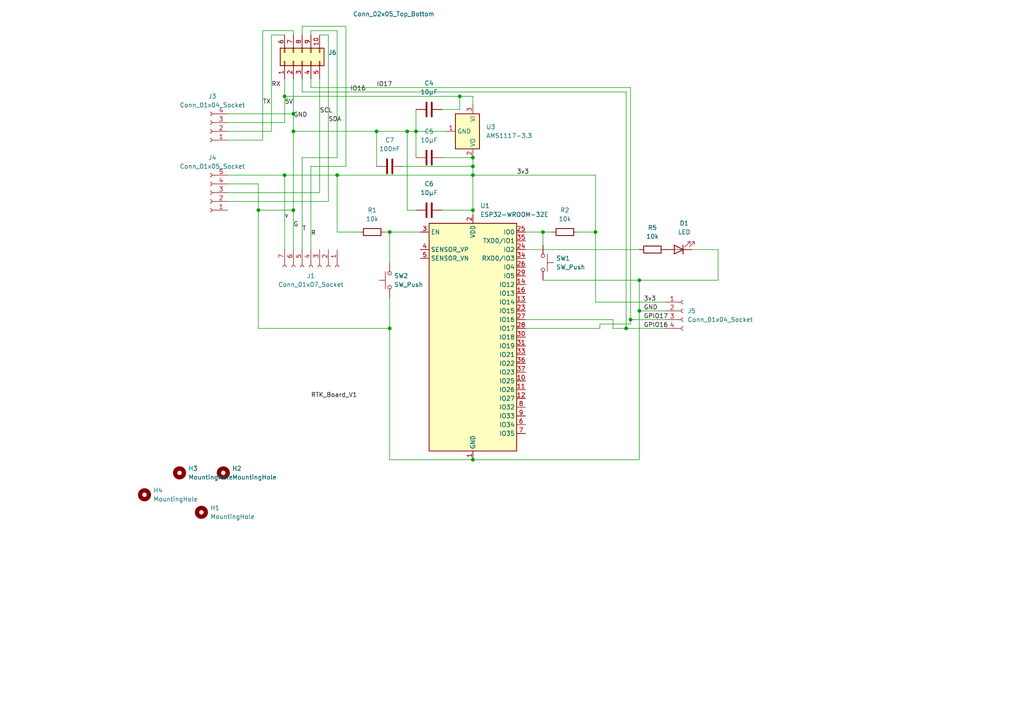
<source format=kicad_sch>
(kicad_sch
	(version 20250114)
	(generator "eeschema")
	(generator_version "9.0")
	(uuid "131f39f9-9116-48b2-8f8e-f84005ce9fd0")
	(paper "A4")
	(lib_symbols
		(symbol "Connector:Conn_01x04_Socket"
			(pin_names
				(offset 1.016)
				(hide yes)
			)
			(exclude_from_sim no)
			(in_bom yes)
			(on_board yes)
			(property "Reference" "J"
				(at 0 5.08 0)
				(effects
					(font
						(size 1.27 1.27)
					)
				)
			)
			(property "Value" "Conn_01x04_Socket"
				(at 0 -7.62 0)
				(effects
					(font
						(size 1.27 1.27)
					)
				)
			)
			(property "Footprint" ""
				(at 0 0 0)
				(effects
					(font
						(size 1.27 1.27)
					)
					(hide yes)
				)
			)
			(property "Datasheet" "~"
				(at 0 0 0)
				(effects
					(font
						(size 1.27 1.27)
					)
					(hide yes)
				)
			)
			(property "Description" "Generic connector, single row, 01x04, script generated"
				(at 0 0 0)
				(effects
					(font
						(size 1.27 1.27)
					)
					(hide yes)
				)
			)
			(property "ki_locked" ""
				(at 0 0 0)
				(effects
					(font
						(size 1.27 1.27)
					)
				)
			)
			(property "ki_keywords" "connector"
				(at 0 0 0)
				(effects
					(font
						(size 1.27 1.27)
					)
					(hide yes)
				)
			)
			(property "ki_fp_filters" "Connector*:*_1x??_*"
				(at 0 0 0)
				(effects
					(font
						(size 1.27 1.27)
					)
					(hide yes)
				)
			)
			(symbol "Conn_01x04_Socket_1_1"
				(polyline
					(pts
						(xy -1.27 2.54) (xy -0.508 2.54)
					)
					(stroke
						(width 0.1524)
						(type default)
					)
					(fill
						(type none)
					)
				)
				(polyline
					(pts
						(xy -1.27 0) (xy -0.508 0)
					)
					(stroke
						(width 0.1524)
						(type default)
					)
					(fill
						(type none)
					)
				)
				(polyline
					(pts
						(xy -1.27 -2.54) (xy -0.508 -2.54)
					)
					(stroke
						(width 0.1524)
						(type default)
					)
					(fill
						(type none)
					)
				)
				(polyline
					(pts
						(xy -1.27 -5.08) (xy -0.508 -5.08)
					)
					(stroke
						(width 0.1524)
						(type default)
					)
					(fill
						(type none)
					)
				)
				(arc
					(start 0 2.032)
					(mid -0.5058 2.54)
					(end 0 3.048)
					(stroke
						(width 0.1524)
						(type default)
					)
					(fill
						(type none)
					)
				)
				(arc
					(start 0 -0.508)
					(mid -0.5058 0)
					(end 0 0.508)
					(stroke
						(width 0.1524)
						(type default)
					)
					(fill
						(type none)
					)
				)
				(arc
					(start 0 -3.048)
					(mid -0.5058 -2.54)
					(end 0 -2.032)
					(stroke
						(width 0.1524)
						(type default)
					)
					(fill
						(type none)
					)
				)
				(arc
					(start 0 -5.588)
					(mid -0.5058 -5.08)
					(end 0 -4.572)
					(stroke
						(width 0.1524)
						(type default)
					)
					(fill
						(type none)
					)
				)
				(pin passive line
					(at -5.08 2.54 0)
					(length 3.81)
					(name "Pin_1"
						(effects
							(font
								(size 1.27 1.27)
							)
						)
					)
					(number "1"
						(effects
							(font
								(size 1.27 1.27)
							)
						)
					)
				)
				(pin passive line
					(at -5.08 0 0)
					(length 3.81)
					(name "Pin_2"
						(effects
							(font
								(size 1.27 1.27)
							)
						)
					)
					(number "2"
						(effects
							(font
								(size 1.27 1.27)
							)
						)
					)
				)
				(pin passive line
					(at -5.08 -2.54 0)
					(length 3.81)
					(name "Pin_3"
						(effects
							(font
								(size 1.27 1.27)
							)
						)
					)
					(number "3"
						(effects
							(font
								(size 1.27 1.27)
							)
						)
					)
				)
				(pin passive line
					(at -5.08 -5.08 0)
					(length 3.81)
					(name "Pin_4"
						(effects
							(font
								(size 1.27 1.27)
							)
						)
					)
					(number "4"
						(effects
							(font
								(size 1.27 1.27)
							)
						)
					)
				)
			)
			(embedded_fonts no)
		)
		(symbol "Connector:Conn_01x05_Socket"
			(pin_names
				(offset 1.016)
				(hide yes)
			)
			(exclude_from_sim no)
			(in_bom yes)
			(on_board yes)
			(property "Reference" "J"
				(at 0 7.62 0)
				(effects
					(font
						(size 1.27 1.27)
					)
				)
			)
			(property "Value" "Conn_01x05_Socket"
				(at 0 -7.62 0)
				(effects
					(font
						(size 1.27 1.27)
					)
				)
			)
			(property "Footprint" ""
				(at 0 0 0)
				(effects
					(font
						(size 1.27 1.27)
					)
					(hide yes)
				)
			)
			(property "Datasheet" "~"
				(at 0 0 0)
				(effects
					(font
						(size 1.27 1.27)
					)
					(hide yes)
				)
			)
			(property "Description" "Generic connector, single row, 01x05, script generated"
				(at 0 0 0)
				(effects
					(font
						(size 1.27 1.27)
					)
					(hide yes)
				)
			)
			(property "ki_locked" ""
				(at 0 0 0)
				(effects
					(font
						(size 1.27 1.27)
					)
				)
			)
			(property "ki_keywords" "connector"
				(at 0 0 0)
				(effects
					(font
						(size 1.27 1.27)
					)
					(hide yes)
				)
			)
			(property "ki_fp_filters" "Connector*:*_1x??_*"
				(at 0 0 0)
				(effects
					(font
						(size 1.27 1.27)
					)
					(hide yes)
				)
			)
			(symbol "Conn_01x05_Socket_1_1"
				(polyline
					(pts
						(xy -1.27 5.08) (xy -0.508 5.08)
					)
					(stroke
						(width 0.1524)
						(type default)
					)
					(fill
						(type none)
					)
				)
				(polyline
					(pts
						(xy -1.27 2.54) (xy -0.508 2.54)
					)
					(stroke
						(width 0.1524)
						(type default)
					)
					(fill
						(type none)
					)
				)
				(polyline
					(pts
						(xy -1.27 0) (xy -0.508 0)
					)
					(stroke
						(width 0.1524)
						(type default)
					)
					(fill
						(type none)
					)
				)
				(polyline
					(pts
						(xy -1.27 -2.54) (xy -0.508 -2.54)
					)
					(stroke
						(width 0.1524)
						(type default)
					)
					(fill
						(type none)
					)
				)
				(polyline
					(pts
						(xy -1.27 -5.08) (xy -0.508 -5.08)
					)
					(stroke
						(width 0.1524)
						(type default)
					)
					(fill
						(type none)
					)
				)
				(arc
					(start 0 4.572)
					(mid -0.5058 5.08)
					(end 0 5.588)
					(stroke
						(width 0.1524)
						(type default)
					)
					(fill
						(type none)
					)
				)
				(arc
					(start 0 2.032)
					(mid -0.5058 2.54)
					(end 0 3.048)
					(stroke
						(width 0.1524)
						(type default)
					)
					(fill
						(type none)
					)
				)
				(arc
					(start 0 -0.508)
					(mid -0.5058 0)
					(end 0 0.508)
					(stroke
						(width 0.1524)
						(type default)
					)
					(fill
						(type none)
					)
				)
				(arc
					(start 0 -3.048)
					(mid -0.5058 -2.54)
					(end 0 -2.032)
					(stroke
						(width 0.1524)
						(type default)
					)
					(fill
						(type none)
					)
				)
				(arc
					(start 0 -5.588)
					(mid -0.5058 -5.08)
					(end 0 -4.572)
					(stroke
						(width 0.1524)
						(type default)
					)
					(fill
						(type none)
					)
				)
				(pin passive line
					(at -5.08 5.08 0)
					(length 3.81)
					(name "Pin_1"
						(effects
							(font
								(size 1.27 1.27)
							)
						)
					)
					(number "1"
						(effects
							(font
								(size 1.27 1.27)
							)
						)
					)
				)
				(pin passive line
					(at -5.08 2.54 0)
					(length 3.81)
					(name "Pin_2"
						(effects
							(font
								(size 1.27 1.27)
							)
						)
					)
					(number "2"
						(effects
							(font
								(size 1.27 1.27)
							)
						)
					)
				)
				(pin passive line
					(at -5.08 0 0)
					(length 3.81)
					(name "Pin_3"
						(effects
							(font
								(size 1.27 1.27)
							)
						)
					)
					(number "3"
						(effects
							(font
								(size 1.27 1.27)
							)
						)
					)
				)
				(pin passive line
					(at -5.08 -2.54 0)
					(length 3.81)
					(name "Pin_4"
						(effects
							(font
								(size 1.27 1.27)
							)
						)
					)
					(number "4"
						(effects
							(font
								(size 1.27 1.27)
							)
						)
					)
				)
				(pin passive line
					(at -5.08 -5.08 0)
					(length 3.81)
					(name "Pin_5"
						(effects
							(font
								(size 1.27 1.27)
							)
						)
					)
					(number "5"
						(effects
							(font
								(size 1.27 1.27)
							)
						)
					)
				)
			)
			(embedded_fonts no)
		)
		(symbol "Connector:Conn_01x07_Socket"
			(pin_names
				(offset 1.016)
				(hide yes)
			)
			(exclude_from_sim no)
			(in_bom yes)
			(on_board yes)
			(property "Reference" "J"
				(at 0 10.16 0)
				(effects
					(font
						(size 1.27 1.27)
					)
				)
			)
			(property "Value" "Conn_01x07_Socket"
				(at 0 -10.16 0)
				(effects
					(font
						(size 1.27 1.27)
					)
				)
			)
			(property "Footprint" ""
				(at 0 0 0)
				(effects
					(font
						(size 1.27 1.27)
					)
					(hide yes)
				)
			)
			(property "Datasheet" "~"
				(at 0 0 0)
				(effects
					(font
						(size 1.27 1.27)
					)
					(hide yes)
				)
			)
			(property "Description" "Generic connector, single row, 01x07, script generated"
				(at 0 0 0)
				(effects
					(font
						(size 1.27 1.27)
					)
					(hide yes)
				)
			)
			(property "ki_locked" ""
				(at 0 0 0)
				(effects
					(font
						(size 1.27 1.27)
					)
				)
			)
			(property "ki_keywords" "connector"
				(at 0 0 0)
				(effects
					(font
						(size 1.27 1.27)
					)
					(hide yes)
				)
			)
			(property "ki_fp_filters" "Connector*:*_1x??_*"
				(at 0 0 0)
				(effects
					(font
						(size 1.27 1.27)
					)
					(hide yes)
				)
			)
			(symbol "Conn_01x07_Socket_1_1"
				(polyline
					(pts
						(xy -1.27 7.62) (xy -0.508 7.62)
					)
					(stroke
						(width 0.1524)
						(type default)
					)
					(fill
						(type none)
					)
				)
				(polyline
					(pts
						(xy -1.27 5.08) (xy -0.508 5.08)
					)
					(stroke
						(width 0.1524)
						(type default)
					)
					(fill
						(type none)
					)
				)
				(polyline
					(pts
						(xy -1.27 2.54) (xy -0.508 2.54)
					)
					(stroke
						(width 0.1524)
						(type default)
					)
					(fill
						(type none)
					)
				)
				(polyline
					(pts
						(xy -1.27 0) (xy -0.508 0)
					)
					(stroke
						(width 0.1524)
						(type default)
					)
					(fill
						(type none)
					)
				)
				(polyline
					(pts
						(xy -1.27 -2.54) (xy -0.508 -2.54)
					)
					(stroke
						(width 0.1524)
						(type default)
					)
					(fill
						(type none)
					)
				)
				(polyline
					(pts
						(xy -1.27 -5.08) (xy -0.508 -5.08)
					)
					(stroke
						(width 0.1524)
						(type default)
					)
					(fill
						(type none)
					)
				)
				(polyline
					(pts
						(xy -1.27 -7.62) (xy -0.508 -7.62)
					)
					(stroke
						(width 0.1524)
						(type default)
					)
					(fill
						(type none)
					)
				)
				(arc
					(start 0 7.112)
					(mid -0.5058 7.62)
					(end 0 8.128)
					(stroke
						(width 0.1524)
						(type default)
					)
					(fill
						(type none)
					)
				)
				(arc
					(start 0 4.572)
					(mid -0.5058 5.08)
					(end 0 5.588)
					(stroke
						(width 0.1524)
						(type default)
					)
					(fill
						(type none)
					)
				)
				(arc
					(start 0 2.032)
					(mid -0.5058 2.54)
					(end 0 3.048)
					(stroke
						(width 0.1524)
						(type default)
					)
					(fill
						(type none)
					)
				)
				(arc
					(start 0 -0.508)
					(mid -0.5058 0)
					(end 0 0.508)
					(stroke
						(width 0.1524)
						(type default)
					)
					(fill
						(type none)
					)
				)
				(arc
					(start 0 -3.048)
					(mid -0.5058 -2.54)
					(end 0 -2.032)
					(stroke
						(width 0.1524)
						(type default)
					)
					(fill
						(type none)
					)
				)
				(arc
					(start 0 -5.588)
					(mid -0.5058 -5.08)
					(end 0 -4.572)
					(stroke
						(width 0.1524)
						(type default)
					)
					(fill
						(type none)
					)
				)
				(arc
					(start 0 -8.128)
					(mid -0.5058 -7.62)
					(end 0 -7.112)
					(stroke
						(width 0.1524)
						(type default)
					)
					(fill
						(type none)
					)
				)
				(pin passive line
					(at -5.08 7.62 0)
					(length 3.81)
					(name "Pin_1"
						(effects
							(font
								(size 1.27 1.27)
							)
						)
					)
					(number "1"
						(effects
							(font
								(size 1.27 1.27)
							)
						)
					)
				)
				(pin passive line
					(at -5.08 5.08 0)
					(length 3.81)
					(name "Pin_2"
						(effects
							(font
								(size 1.27 1.27)
							)
						)
					)
					(number "2"
						(effects
							(font
								(size 1.27 1.27)
							)
						)
					)
				)
				(pin passive line
					(at -5.08 2.54 0)
					(length 3.81)
					(name "Pin_3"
						(effects
							(font
								(size 1.27 1.27)
							)
						)
					)
					(number "3"
						(effects
							(font
								(size 1.27 1.27)
							)
						)
					)
				)
				(pin passive line
					(at -5.08 0 0)
					(length 3.81)
					(name "Pin_4"
						(effects
							(font
								(size 1.27 1.27)
							)
						)
					)
					(number "4"
						(effects
							(font
								(size 1.27 1.27)
							)
						)
					)
				)
				(pin passive line
					(at -5.08 -2.54 0)
					(length 3.81)
					(name "Pin_5"
						(effects
							(font
								(size 1.27 1.27)
							)
						)
					)
					(number "5"
						(effects
							(font
								(size 1.27 1.27)
							)
						)
					)
				)
				(pin passive line
					(at -5.08 -5.08 0)
					(length 3.81)
					(name "Pin_6"
						(effects
							(font
								(size 1.27 1.27)
							)
						)
					)
					(number "6"
						(effects
							(font
								(size 1.27 1.27)
							)
						)
					)
				)
				(pin passive line
					(at -5.08 -7.62 0)
					(length 3.81)
					(name "Pin_7"
						(effects
							(font
								(size 1.27 1.27)
							)
						)
					)
					(number "7"
						(effects
							(font
								(size 1.27 1.27)
							)
						)
					)
				)
			)
			(embedded_fonts no)
		)
		(symbol "Connector_Generic:Conn_02x05_Top_Bottom"
			(pin_names
				(offset 1.016)
				(hide yes)
			)
			(exclude_from_sim no)
			(in_bom yes)
			(on_board yes)
			(property "Reference" "J"
				(at 1.27 7.62 0)
				(effects
					(font
						(size 1.27 1.27)
					)
				)
			)
			(property "Value" "Conn_02x05_Top_Bottom"
				(at 1.27 -7.62 0)
				(effects
					(font
						(size 1.27 1.27)
					)
				)
			)
			(property "Footprint" ""
				(at 0 0 0)
				(effects
					(font
						(size 1.27 1.27)
					)
					(hide yes)
				)
			)
			(property "Datasheet" "~"
				(at 0 0 0)
				(effects
					(font
						(size 1.27 1.27)
					)
					(hide yes)
				)
			)
			(property "Description" "Generic connector, double row, 02x05, top/bottom pin numbering scheme (row 1: 1...pins_per_row, row2: pins_per_row+1 ... num_pins), script generated (kicad-library-utils/schlib/autogen/connector/)"
				(at 0 0 0)
				(effects
					(font
						(size 1.27 1.27)
					)
					(hide yes)
				)
			)
			(property "ki_keywords" "connector"
				(at 0 0 0)
				(effects
					(font
						(size 1.27 1.27)
					)
					(hide yes)
				)
			)
			(property "ki_fp_filters" "Connector*:*_2x??_*"
				(at 0 0 0)
				(effects
					(font
						(size 1.27 1.27)
					)
					(hide yes)
				)
			)
			(symbol "Conn_02x05_Top_Bottom_1_1"
				(rectangle
					(start -1.27 6.35)
					(end 3.81 -6.35)
					(stroke
						(width 0.254)
						(type default)
					)
					(fill
						(type background)
					)
				)
				(rectangle
					(start -1.27 5.207)
					(end 0 4.953)
					(stroke
						(width 0.1524)
						(type default)
					)
					(fill
						(type none)
					)
				)
				(rectangle
					(start -1.27 2.667)
					(end 0 2.413)
					(stroke
						(width 0.1524)
						(type default)
					)
					(fill
						(type none)
					)
				)
				(rectangle
					(start -1.27 0.127)
					(end 0 -0.127)
					(stroke
						(width 0.1524)
						(type default)
					)
					(fill
						(type none)
					)
				)
				(rectangle
					(start -1.27 -2.413)
					(end 0 -2.667)
					(stroke
						(width 0.1524)
						(type default)
					)
					(fill
						(type none)
					)
				)
				(rectangle
					(start -1.27 -4.953)
					(end 0 -5.207)
					(stroke
						(width 0.1524)
						(type default)
					)
					(fill
						(type none)
					)
				)
				(rectangle
					(start 3.81 5.207)
					(end 2.54 4.953)
					(stroke
						(width 0.1524)
						(type default)
					)
					(fill
						(type none)
					)
				)
				(rectangle
					(start 3.81 2.667)
					(end 2.54 2.413)
					(stroke
						(width 0.1524)
						(type default)
					)
					(fill
						(type none)
					)
				)
				(rectangle
					(start 3.81 0.127)
					(end 2.54 -0.127)
					(stroke
						(width 0.1524)
						(type default)
					)
					(fill
						(type none)
					)
				)
				(rectangle
					(start 3.81 -2.413)
					(end 2.54 -2.667)
					(stroke
						(width 0.1524)
						(type default)
					)
					(fill
						(type none)
					)
				)
				(rectangle
					(start 3.81 -4.953)
					(end 2.54 -5.207)
					(stroke
						(width 0.1524)
						(type default)
					)
					(fill
						(type none)
					)
				)
				(pin passive line
					(at -5.08 5.08 0)
					(length 3.81)
					(name "Pin_1"
						(effects
							(font
								(size 1.27 1.27)
							)
						)
					)
					(number "1"
						(effects
							(font
								(size 1.27 1.27)
							)
						)
					)
				)
				(pin passive line
					(at -5.08 2.54 0)
					(length 3.81)
					(name "Pin_2"
						(effects
							(font
								(size 1.27 1.27)
							)
						)
					)
					(number "2"
						(effects
							(font
								(size 1.27 1.27)
							)
						)
					)
				)
				(pin passive line
					(at -5.08 0 0)
					(length 3.81)
					(name "Pin_3"
						(effects
							(font
								(size 1.27 1.27)
							)
						)
					)
					(number "3"
						(effects
							(font
								(size 1.27 1.27)
							)
						)
					)
				)
				(pin passive line
					(at -5.08 -2.54 0)
					(length 3.81)
					(name "Pin_4"
						(effects
							(font
								(size 1.27 1.27)
							)
						)
					)
					(number "4"
						(effects
							(font
								(size 1.27 1.27)
							)
						)
					)
				)
				(pin passive line
					(at -5.08 -5.08 0)
					(length 3.81)
					(name "Pin_5"
						(effects
							(font
								(size 1.27 1.27)
							)
						)
					)
					(number "5"
						(effects
							(font
								(size 1.27 1.27)
							)
						)
					)
				)
				(pin passive line
					(at 7.62 5.08 180)
					(length 3.81)
					(name "Pin_6"
						(effects
							(font
								(size 1.27 1.27)
							)
						)
					)
					(number "6"
						(effects
							(font
								(size 1.27 1.27)
							)
						)
					)
				)
				(pin passive line
					(at 7.62 2.54 180)
					(length 3.81)
					(name "Pin_7"
						(effects
							(font
								(size 1.27 1.27)
							)
						)
					)
					(number "7"
						(effects
							(font
								(size 1.27 1.27)
							)
						)
					)
				)
				(pin passive line
					(at 7.62 0 180)
					(length 3.81)
					(name "Pin_8"
						(effects
							(font
								(size 1.27 1.27)
							)
						)
					)
					(number "8"
						(effects
							(font
								(size 1.27 1.27)
							)
						)
					)
				)
				(pin passive line
					(at 7.62 -2.54 180)
					(length 3.81)
					(name "Pin_9"
						(effects
							(font
								(size 1.27 1.27)
							)
						)
					)
					(number "9"
						(effects
							(font
								(size 1.27 1.27)
							)
						)
					)
				)
				(pin passive line
					(at 7.62 -5.08 180)
					(length 3.81)
					(name "Pin_10"
						(effects
							(font
								(size 1.27 1.27)
							)
						)
					)
					(number "10"
						(effects
							(font
								(size 1.27 1.27)
							)
						)
					)
				)
			)
			(embedded_fonts no)
		)
		(symbol "Device:C"
			(pin_numbers
				(hide yes)
			)
			(pin_names
				(offset 0.254)
			)
			(exclude_from_sim no)
			(in_bom yes)
			(on_board yes)
			(property "Reference" "C"
				(at 0.635 2.54 0)
				(effects
					(font
						(size 1.27 1.27)
					)
					(justify left)
				)
			)
			(property "Value" "C"
				(at 0.635 -2.54 0)
				(effects
					(font
						(size 1.27 1.27)
					)
					(justify left)
				)
			)
			(property "Footprint" ""
				(at 0.9652 -3.81 0)
				(effects
					(font
						(size 1.27 1.27)
					)
					(hide yes)
				)
			)
			(property "Datasheet" "~"
				(at 0 0 0)
				(effects
					(font
						(size 1.27 1.27)
					)
					(hide yes)
				)
			)
			(property "Description" "Unpolarized capacitor"
				(at 0 0 0)
				(effects
					(font
						(size 1.27 1.27)
					)
					(hide yes)
				)
			)
			(property "ki_keywords" "cap capacitor"
				(at 0 0 0)
				(effects
					(font
						(size 1.27 1.27)
					)
					(hide yes)
				)
			)
			(property "ki_fp_filters" "C_*"
				(at 0 0 0)
				(effects
					(font
						(size 1.27 1.27)
					)
					(hide yes)
				)
			)
			(symbol "C_0_1"
				(polyline
					(pts
						(xy -2.032 0.762) (xy 2.032 0.762)
					)
					(stroke
						(width 0.508)
						(type default)
					)
					(fill
						(type none)
					)
				)
				(polyline
					(pts
						(xy -2.032 -0.762) (xy 2.032 -0.762)
					)
					(stroke
						(width 0.508)
						(type default)
					)
					(fill
						(type none)
					)
				)
			)
			(symbol "C_1_1"
				(pin passive line
					(at 0 3.81 270)
					(length 2.794)
					(name "~"
						(effects
							(font
								(size 1.27 1.27)
							)
						)
					)
					(number "1"
						(effects
							(font
								(size 1.27 1.27)
							)
						)
					)
				)
				(pin passive line
					(at 0 -3.81 90)
					(length 2.794)
					(name "~"
						(effects
							(font
								(size 1.27 1.27)
							)
						)
					)
					(number "2"
						(effects
							(font
								(size 1.27 1.27)
							)
						)
					)
				)
			)
			(embedded_fonts no)
		)
		(symbol "Device:LED"
			(pin_numbers
				(hide yes)
			)
			(pin_names
				(offset 1.016)
				(hide yes)
			)
			(exclude_from_sim no)
			(in_bom yes)
			(on_board yes)
			(property "Reference" "D"
				(at 0 2.54 0)
				(effects
					(font
						(size 1.27 1.27)
					)
				)
			)
			(property "Value" "LED"
				(at 0 -2.54 0)
				(effects
					(font
						(size 1.27 1.27)
					)
				)
			)
			(property "Footprint" ""
				(at 0 0 0)
				(effects
					(font
						(size 1.27 1.27)
					)
					(hide yes)
				)
			)
			(property "Datasheet" "~"
				(at 0 0 0)
				(effects
					(font
						(size 1.27 1.27)
					)
					(hide yes)
				)
			)
			(property "Description" "Light emitting diode"
				(at 0 0 0)
				(effects
					(font
						(size 1.27 1.27)
					)
					(hide yes)
				)
			)
			(property "Sim.Pins" "1=K 2=A"
				(at 0 0 0)
				(effects
					(font
						(size 1.27 1.27)
					)
					(hide yes)
				)
			)
			(property "ki_keywords" "LED diode"
				(at 0 0 0)
				(effects
					(font
						(size 1.27 1.27)
					)
					(hide yes)
				)
			)
			(property "ki_fp_filters" "LED* LED_SMD:* LED_THT:*"
				(at 0 0 0)
				(effects
					(font
						(size 1.27 1.27)
					)
					(hide yes)
				)
			)
			(symbol "LED_0_1"
				(polyline
					(pts
						(xy -3.048 -0.762) (xy -4.572 -2.286) (xy -3.81 -2.286) (xy -4.572 -2.286) (xy -4.572 -1.524)
					)
					(stroke
						(width 0)
						(type default)
					)
					(fill
						(type none)
					)
				)
				(polyline
					(pts
						(xy -1.778 -0.762) (xy -3.302 -2.286) (xy -2.54 -2.286) (xy -3.302 -2.286) (xy -3.302 -1.524)
					)
					(stroke
						(width 0)
						(type default)
					)
					(fill
						(type none)
					)
				)
				(polyline
					(pts
						(xy -1.27 0) (xy 1.27 0)
					)
					(stroke
						(width 0)
						(type default)
					)
					(fill
						(type none)
					)
				)
				(polyline
					(pts
						(xy -1.27 -1.27) (xy -1.27 1.27)
					)
					(stroke
						(width 0.254)
						(type default)
					)
					(fill
						(type none)
					)
				)
				(polyline
					(pts
						(xy 1.27 -1.27) (xy 1.27 1.27) (xy -1.27 0) (xy 1.27 -1.27)
					)
					(stroke
						(width 0.254)
						(type default)
					)
					(fill
						(type none)
					)
				)
			)
			(symbol "LED_1_1"
				(pin passive line
					(at -3.81 0 0)
					(length 2.54)
					(name "K"
						(effects
							(font
								(size 1.27 1.27)
							)
						)
					)
					(number "1"
						(effects
							(font
								(size 1.27 1.27)
							)
						)
					)
				)
				(pin passive line
					(at 3.81 0 180)
					(length 2.54)
					(name "A"
						(effects
							(font
								(size 1.27 1.27)
							)
						)
					)
					(number "2"
						(effects
							(font
								(size 1.27 1.27)
							)
						)
					)
				)
			)
			(embedded_fonts no)
		)
		(symbol "Device:R"
			(pin_numbers
				(hide yes)
			)
			(pin_names
				(offset 0)
			)
			(exclude_from_sim no)
			(in_bom yes)
			(on_board yes)
			(property "Reference" "R"
				(at 2.032 0 90)
				(effects
					(font
						(size 1.27 1.27)
					)
				)
			)
			(property "Value" "R"
				(at 0 0 90)
				(effects
					(font
						(size 1.27 1.27)
					)
				)
			)
			(property "Footprint" ""
				(at -1.778 0 90)
				(effects
					(font
						(size 1.27 1.27)
					)
					(hide yes)
				)
			)
			(property "Datasheet" "~"
				(at 0 0 0)
				(effects
					(font
						(size 1.27 1.27)
					)
					(hide yes)
				)
			)
			(property "Description" "Resistor"
				(at 0 0 0)
				(effects
					(font
						(size 1.27 1.27)
					)
					(hide yes)
				)
			)
			(property "ki_keywords" "R res resistor"
				(at 0 0 0)
				(effects
					(font
						(size 1.27 1.27)
					)
					(hide yes)
				)
			)
			(property "ki_fp_filters" "R_*"
				(at 0 0 0)
				(effects
					(font
						(size 1.27 1.27)
					)
					(hide yes)
				)
			)
			(symbol "R_0_1"
				(rectangle
					(start -1.016 -2.54)
					(end 1.016 2.54)
					(stroke
						(width 0.254)
						(type default)
					)
					(fill
						(type none)
					)
				)
			)
			(symbol "R_1_1"
				(pin passive line
					(at 0 3.81 270)
					(length 1.27)
					(name "~"
						(effects
							(font
								(size 1.27 1.27)
							)
						)
					)
					(number "1"
						(effects
							(font
								(size 1.27 1.27)
							)
						)
					)
				)
				(pin passive line
					(at 0 -3.81 90)
					(length 1.27)
					(name "~"
						(effects
							(font
								(size 1.27 1.27)
							)
						)
					)
					(number "2"
						(effects
							(font
								(size 1.27 1.27)
							)
						)
					)
				)
			)
			(embedded_fonts no)
		)
		(symbol "Mechanical:MountingHole"
			(pin_names
				(offset 1.016)
			)
			(exclude_from_sim no)
			(in_bom no)
			(on_board yes)
			(property "Reference" "H"
				(at 0 5.08 0)
				(effects
					(font
						(size 1.27 1.27)
					)
				)
			)
			(property "Value" "MountingHole"
				(at 0 3.175 0)
				(effects
					(font
						(size 1.27 1.27)
					)
				)
			)
			(property "Footprint" ""
				(at 0 0 0)
				(effects
					(font
						(size 1.27 1.27)
					)
					(hide yes)
				)
			)
			(property "Datasheet" "~"
				(at 0 0 0)
				(effects
					(font
						(size 1.27 1.27)
					)
					(hide yes)
				)
			)
			(property "Description" "Mounting Hole without connection"
				(at 0 0 0)
				(effects
					(font
						(size 1.27 1.27)
					)
					(hide yes)
				)
			)
			(property "ki_keywords" "mounting hole"
				(at 0 0 0)
				(effects
					(font
						(size 1.27 1.27)
					)
					(hide yes)
				)
			)
			(property "ki_fp_filters" "MountingHole*"
				(at 0 0 0)
				(effects
					(font
						(size 1.27 1.27)
					)
					(hide yes)
				)
			)
			(symbol "MountingHole_0_1"
				(circle
					(center 0 0)
					(radius 1.27)
					(stroke
						(width 1.27)
						(type default)
					)
					(fill
						(type none)
					)
				)
			)
			(embedded_fonts no)
		)
		(symbol "RF_Module:ESP32-WROOM-32E"
			(exclude_from_sim no)
			(in_bom yes)
			(on_board yes)
			(property "Reference" "U"
				(at -12.7 34.29 0)
				(effects
					(font
						(size 1.27 1.27)
					)
					(justify left)
				)
			)
			(property "Value" "ESP32-WROOM-32E"
				(at 1.27 34.29 0)
				(effects
					(font
						(size 1.27 1.27)
					)
					(justify left)
				)
			)
			(property "Footprint" "RF_Module:ESP32-WROOM-32D"
				(at 16.51 -34.29 0)
				(effects
					(font
						(size 1.27 1.27)
					)
					(hide yes)
				)
			)
			(property "Datasheet" "https://www.espressif.com/sites/default/files/documentation/esp32-wroom-32e_esp32-wroom-32ue_datasheet_en.pdf"
				(at 0 0 0)
				(effects
					(font
						(size 1.27 1.27)
					)
					(hide yes)
				)
			)
			(property "Description" "RF Module, ESP32-D0WD-V3 SoC, without PSRAM, Wi-Fi 802.11b/g/n, Bluetooth, BLE, 32-bit, 2.7-3.6V, onboard antenna, SMD"
				(at 0 0 0)
				(effects
					(font
						(size 1.27 1.27)
					)
					(hide yes)
				)
			)
			(property "ki_keywords" "RF Radio BT ESP ESP32 Espressif onboard PCB antenna"
				(at 0 0 0)
				(effects
					(font
						(size 1.27 1.27)
					)
					(hide yes)
				)
			)
			(property "ki_fp_filters" "ESP32?WROOM?32D*"
				(at 0 0 0)
				(effects
					(font
						(size 1.27 1.27)
					)
					(hide yes)
				)
			)
			(symbol "ESP32-WROOM-32E_0_1"
				(rectangle
					(start -12.7 33.02)
					(end 12.7 -33.02)
					(stroke
						(width 0.254)
						(type default)
					)
					(fill
						(type background)
					)
				)
			)
			(symbol "ESP32-WROOM-32E_1_1"
				(pin input line
					(at -15.24 30.48 0)
					(length 2.54)
					(name "EN"
						(effects
							(font
								(size 1.27 1.27)
							)
						)
					)
					(number "3"
						(effects
							(font
								(size 1.27 1.27)
							)
						)
					)
				)
				(pin input line
					(at -15.24 25.4 0)
					(length 2.54)
					(name "SENSOR_VP"
						(effects
							(font
								(size 1.27 1.27)
							)
						)
					)
					(number "4"
						(effects
							(font
								(size 1.27 1.27)
							)
						)
					)
				)
				(pin input line
					(at -15.24 22.86 0)
					(length 2.54)
					(name "SENSOR_VN"
						(effects
							(font
								(size 1.27 1.27)
							)
						)
					)
					(number "5"
						(effects
							(font
								(size 1.27 1.27)
							)
						)
					)
				)
				(pin no_connect line
					(at -12.7 0 0)
					(length 2.54)
					(hide yes)
					(name "NC"
						(effects
							(font
								(size 1.27 1.27)
							)
						)
					)
					(number "21"
						(effects
							(font
								(size 1.27 1.27)
							)
						)
					)
				)
				(pin no_connect line
					(at -12.7 -2.54 0)
					(length 2.54)
					(hide yes)
					(name "NC"
						(effects
							(font
								(size 1.27 1.27)
							)
						)
					)
					(number "22"
						(effects
							(font
								(size 1.27 1.27)
							)
						)
					)
				)
				(pin no_connect line
					(at -12.7 -5.08 0)
					(length 2.54)
					(hide yes)
					(name "NC"
						(effects
							(font
								(size 1.27 1.27)
							)
						)
					)
					(number "17"
						(effects
							(font
								(size 1.27 1.27)
							)
						)
					)
				)
				(pin no_connect line
					(at -12.7 -7.62 0)
					(length 2.54)
					(hide yes)
					(name "NC"
						(effects
							(font
								(size 1.27 1.27)
							)
						)
					)
					(number "18"
						(effects
							(font
								(size 1.27 1.27)
							)
						)
					)
				)
				(pin no_connect line
					(at -12.7 -10.16 0)
					(length 2.54)
					(hide yes)
					(name "NC"
						(effects
							(font
								(size 1.27 1.27)
							)
						)
					)
					(number "20"
						(effects
							(font
								(size 1.27 1.27)
							)
						)
					)
				)
				(pin no_connect line
					(at -12.7 -12.7 0)
					(length 2.54)
					(hide yes)
					(name "NC"
						(effects
							(font
								(size 1.27 1.27)
							)
						)
					)
					(number "19"
						(effects
							(font
								(size 1.27 1.27)
							)
						)
					)
				)
				(pin no_connect line
					(at -12.7 -27.94 0)
					(length 2.54)
					(hide yes)
					(name "NC"
						(effects
							(font
								(size 1.27 1.27)
							)
						)
					)
					(number "32"
						(effects
							(font
								(size 1.27 1.27)
							)
						)
					)
				)
				(pin power_in line
					(at 0 35.56 270)
					(length 2.54)
					(name "VDD"
						(effects
							(font
								(size 1.27 1.27)
							)
						)
					)
					(number "2"
						(effects
							(font
								(size 1.27 1.27)
							)
						)
					)
				)
				(pin power_in line
					(at 0 -35.56 90)
					(length 2.54)
					(name "GND"
						(effects
							(font
								(size 1.27 1.27)
							)
						)
					)
					(number "1"
						(effects
							(font
								(size 1.27 1.27)
							)
						)
					)
				)
				(pin passive line
					(at 0 -35.56 90)
					(length 2.54)
					(hide yes)
					(name "GND"
						(effects
							(font
								(size 1.27 1.27)
							)
						)
					)
					(number "15"
						(effects
							(font
								(size 1.27 1.27)
							)
						)
					)
				)
				(pin passive line
					(at 0 -35.56 90)
					(length 2.54)
					(hide yes)
					(name "GND"
						(effects
							(font
								(size 1.27 1.27)
							)
						)
					)
					(number "38"
						(effects
							(font
								(size 1.27 1.27)
							)
						)
					)
				)
				(pin passive line
					(at 0 -35.56 90)
					(length 2.54)
					(hide yes)
					(name "GND"
						(effects
							(font
								(size 1.27 1.27)
							)
						)
					)
					(number "39"
						(effects
							(font
								(size 1.27 1.27)
							)
						)
					)
				)
				(pin bidirectional line
					(at 15.24 30.48 180)
					(length 2.54)
					(name "IO0"
						(effects
							(font
								(size 1.27 1.27)
							)
						)
					)
					(number "25"
						(effects
							(font
								(size 1.27 1.27)
							)
						)
					)
				)
				(pin bidirectional line
					(at 15.24 27.94 180)
					(length 2.54)
					(name "TXD0/IO1"
						(effects
							(font
								(size 1.27 1.27)
							)
						)
					)
					(number "35"
						(effects
							(font
								(size 1.27 1.27)
							)
						)
					)
				)
				(pin bidirectional line
					(at 15.24 25.4 180)
					(length 2.54)
					(name "IO2"
						(effects
							(font
								(size 1.27 1.27)
							)
						)
					)
					(number "24"
						(effects
							(font
								(size 1.27 1.27)
							)
						)
					)
				)
				(pin bidirectional line
					(at 15.24 22.86 180)
					(length 2.54)
					(name "RXD0/IO3"
						(effects
							(font
								(size 1.27 1.27)
							)
						)
					)
					(number "34"
						(effects
							(font
								(size 1.27 1.27)
							)
						)
					)
				)
				(pin bidirectional line
					(at 15.24 20.32 180)
					(length 2.54)
					(name "IO4"
						(effects
							(font
								(size 1.27 1.27)
							)
						)
					)
					(number "26"
						(effects
							(font
								(size 1.27 1.27)
							)
						)
					)
				)
				(pin bidirectional line
					(at 15.24 17.78 180)
					(length 2.54)
					(name "IO5"
						(effects
							(font
								(size 1.27 1.27)
							)
						)
					)
					(number "29"
						(effects
							(font
								(size 1.27 1.27)
							)
						)
					)
				)
				(pin bidirectional line
					(at 15.24 15.24 180)
					(length 2.54)
					(name "IO12"
						(effects
							(font
								(size 1.27 1.27)
							)
						)
					)
					(number "14"
						(effects
							(font
								(size 1.27 1.27)
							)
						)
					)
				)
				(pin bidirectional line
					(at 15.24 12.7 180)
					(length 2.54)
					(name "IO13"
						(effects
							(font
								(size 1.27 1.27)
							)
						)
					)
					(number "16"
						(effects
							(font
								(size 1.27 1.27)
							)
						)
					)
				)
				(pin bidirectional line
					(at 15.24 10.16 180)
					(length 2.54)
					(name "IO14"
						(effects
							(font
								(size 1.27 1.27)
							)
						)
					)
					(number "13"
						(effects
							(font
								(size 1.27 1.27)
							)
						)
					)
				)
				(pin bidirectional line
					(at 15.24 7.62 180)
					(length 2.54)
					(name "IO15"
						(effects
							(font
								(size 1.27 1.27)
							)
						)
					)
					(number "23"
						(effects
							(font
								(size 1.27 1.27)
							)
						)
					)
				)
				(pin bidirectional line
					(at 15.24 5.08 180)
					(length 2.54)
					(name "IO16"
						(effects
							(font
								(size 1.27 1.27)
							)
						)
					)
					(number "27"
						(effects
							(font
								(size 1.27 1.27)
							)
						)
					)
				)
				(pin bidirectional line
					(at 15.24 2.54 180)
					(length 2.54)
					(name "IO17"
						(effects
							(font
								(size 1.27 1.27)
							)
						)
					)
					(number "28"
						(effects
							(font
								(size 1.27 1.27)
							)
						)
					)
				)
				(pin bidirectional line
					(at 15.24 0 180)
					(length 2.54)
					(name "IO18"
						(effects
							(font
								(size 1.27 1.27)
							)
						)
					)
					(number "30"
						(effects
							(font
								(size 1.27 1.27)
							)
						)
					)
				)
				(pin bidirectional line
					(at 15.24 -2.54 180)
					(length 2.54)
					(name "IO19"
						(effects
							(font
								(size 1.27 1.27)
							)
						)
					)
					(number "31"
						(effects
							(font
								(size 1.27 1.27)
							)
						)
					)
				)
				(pin bidirectional line
					(at 15.24 -5.08 180)
					(length 2.54)
					(name "IO21"
						(effects
							(font
								(size 1.27 1.27)
							)
						)
					)
					(number "33"
						(effects
							(font
								(size 1.27 1.27)
							)
						)
					)
				)
				(pin bidirectional line
					(at 15.24 -7.62 180)
					(length 2.54)
					(name "IO22"
						(effects
							(font
								(size 1.27 1.27)
							)
						)
					)
					(number "36"
						(effects
							(font
								(size 1.27 1.27)
							)
						)
					)
				)
				(pin bidirectional line
					(at 15.24 -10.16 180)
					(length 2.54)
					(name "IO23"
						(effects
							(font
								(size 1.27 1.27)
							)
						)
					)
					(number "37"
						(effects
							(font
								(size 1.27 1.27)
							)
						)
					)
				)
				(pin bidirectional line
					(at 15.24 -12.7 180)
					(length 2.54)
					(name "IO25"
						(effects
							(font
								(size 1.27 1.27)
							)
						)
					)
					(number "10"
						(effects
							(font
								(size 1.27 1.27)
							)
						)
					)
				)
				(pin bidirectional line
					(at 15.24 -15.24 180)
					(length 2.54)
					(name "IO26"
						(effects
							(font
								(size 1.27 1.27)
							)
						)
					)
					(number "11"
						(effects
							(font
								(size 1.27 1.27)
							)
						)
					)
				)
				(pin bidirectional line
					(at 15.24 -17.78 180)
					(length 2.54)
					(name "IO27"
						(effects
							(font
								(size 1.27 1.27)
							)
						)
					)
					(number "12"
						(effects
							(font
								(size 1.27 1.27)
							)
						)
					)
				)
				(pin bidirectional line
					(at 15.24 -20.32 180)
					(length 2.54)
					(name "IO32"
						(effects
							(font
								(size 1.27 1.27)
							)
						)
					)
					(number "8"
						(effects
							(font
								(size 1.27 1.27)
							)
						)
					)
				)
				(pin bidirectional line
					(at 15.24 -22.86 180)
					(length 2.54)
					(name "IO33"
						(effects
							(font
								(size 1.27 1.27)
							)
						)
					)
					(number "9"
						(effects
							(font
								(size 1.27 1.27)
							)
						)
					)
				)
				(pin input line
					(at 15.24 -25.4 180)
					(length 2.54)
					(name "IO34"
						(effects
							(font
								(size 1.27 1.27)
							)
						)
					)
					(number "6"
						(effects
							(font
								(size 1.27 1.27)
							)
						)
					)
				)
				(pin input line
					(at 15.24 -27.94 180)
					(length 2.54)
					(name "IO35"
						(effects
							(font
								(size 1.27 1.27)
							)
						)
					)
					(number "7"
						(effects
							(font
								(size 1.27 1.27)
							)
						)
					)
				)
			)
			(embedded_fonts no)
		)
		(symbol "Regulator_Linear:AMS1117-3.3"
			(exclude_from_sim no)
			(in_bom yes)
			(on_board yes)
			(property "Reference" "U"
				(at -3.81 3.175 0)
				(effects
					(font
						(size 1.27 1.27)
					)
				)
			)
			(property "Value" "AMS1117-3.3"
				(at 0 3.175 0)
				(effects
					(font
						(size 1.27 1.27)
					)
					(justify left)
				)
			)
			(property "Footprint" "Package_TO_SOT_SMD:SOT-223-3_TabPin2"
				(at 0 5.08 0)
				(effects
					(font
						(size 1.27 1.27)
					)
					(hide yes)
				)
			)
			(property "Datasheet" "http://www.advanced-monolithic.com/pdf/ds1117.pdf"
				(at 2.54 -6.35 0)
				(effects
					(font
						(size 1.27 1.27)
					)
					(hide yes)
				)
			)
			(property "Description" "1A Low Dropout regulator, positive, 3.3V fixed output, SOT-223"
				(at 0 0 0)
				(effects
					(font
						(size 1.27 1.27)
					)
					(hide yes)
				)
			)
			(property "ki_keywords" "linear regulator ldo fixed positive"
				(at 0 0 0)
				(effects
					(font
						(size 1.27 1.27)
					)
					(hide yes)
				)
			)
			(property "ki_fp_filters" "SOT?223*TabPin2*"
				(at 0 0 0)
				(effects
					(font
						(size 1.27 1.27)
					)
					(hide yes)
				)
			)
			(symbol "AMS1117-3.3_0_1"
				(rectangle
					(start -5.08 -5.08)
					(end 5.08 1.905)
					(stroke
						(width 0.254)
						(type default)
					)
					(fill
						(type background)
					)
				)
			)
			(symbol "AMS1117-3.3_1_1"
				(pin power_in line
					(at -7.62 0 0)
					(length 2.54)
					(name "VI"
						(effects
							(font
								(size 1.27 1.27)
							)
						)
					)
					(number "3"
						(effects
							(font
								(size 1.27 1.27)
							)
						)
					)
				)
				(pin power_in line
					(at 0 -7.62 90)
					(length 2.54)
					(name "GND"
						(effects
							(font
								(size 1.27 1.27)
							)
						)
					)
					(number "1"
						(effects
							(font
								(size 1.27 1.27)
							)
						)
					)
				)
				(pin power_out line
					(at 7.62 0 180)
					(length 2.54)
					(name "VO"
						(effects
							(font
								(size 1.27 1.27)
							)
						)
					)
					(number "2"
						(effects
							(font
								(size 1.27 1.27)
							)
						)
					)
				)
			)
			(embedded_fonts no)
		)
		(symbol "Switch:SW_Push"
			(pin_numbers
				(hide yes)
			)
			(pin_names
				(offset 1.016)
				(hide yes)
			)
			(exclude_from_sim no)
			(in_bom yes)
			(on_board yes)
			(property "Reference" "SW"
				(at 1.27 2.54 0)
				(effects
					(font
						(size 1.27 1.27)
					)
					(justify left)
				)
			)
			(property "Value" "SW_Push"
				(at 0 -1.524 0)
				(effects
					(font
						(size 1.27 1.27)
					)
				)
			)
			(property "Footprint" ""
				(at 0 5.08 0)
				(effects
					(font
						(size 1.27 1.27)
					)
					(hide yes)
				)
			)
			(property "Datasheet" "~"
				(at 0 5.08 0)
				(effects
					(font
						(size 1.27 1.27)
					)
					(hide yes)
				)
			)
			(property "Description" "Push button switch, generic, two pins"
				(at 0 0 0)
				(effects
					(font
						(size 1.27 1.27)
					)
					(hide yes)
				)
			)
			(property "ki_keywords" "switch normally-open pushbutton push-button"
				(at 0 0 0)
				(effects
					(font
						(size 1.27 1.27)
					)
					(hide yes)
				)
			)
			(symbol "SW_Push_0_1"
				(circle
					(center -2.032 0)
					(radius 0.508)
					(stroke
						(width 0)
						(type default)
					)
					(fill
						(type none)
					)
				)
				(polyline
					(pts
						(xy 0 1.27) (xy 0 3.048)
					)
					(stroke
						(width 0)
						(type default)
					)
					(fill
						(type none)
					)
				)
				(circle
					(center 2.032 0)
					(radius 0.508)
					(stroke
						(width 0)
						(type default)
					)
					(fill
						(type none)
					)
				)
				(polyline
					(pts
						(xy 2.54 1.27) (xy -2.54 1.27)
					)
					(stroke
						(width 0)
						(type default)
					)
					(fill
						(type none)
					)
				)
				(pin passive line
					(at -5.08 0 0)
					(length 2.54)
					(name "1"
						(effects
							(font
								(size 1.27 1.27)
							)
						)
					)
					(number "1"
						(effects
							(font
								(size 1.27 1.27)
							)
						)
					)
				)
				(pin passive line
					(at 5.08 0 180)
					(length 2.54)
					(name "2"
						(effects
							(font
								(size 1.27 1.27)
							)
						)
					)
					(number "2"
						(effects
							(font
								(size 1.27 1.27)
							)
						)
					)
				)
			)
			(embedded_fonts no)
		)
	)
	(junction
		(at 137.16 50.8)
		(diameter 0)
		(color 0 0 0 0)
		(uuid "136e603c-d7e6-4e57-9654-c0cbd8d90eca")
	)
	(junction
		(at 85.09 33.02)
		(diameter 0)
		(color 0 0 0 0)
		(uuid "1eed5b0d-349a-48a6-a40b-c53fecd0da8e")
	)
	(junction
		(at 109.22 38.1)
		(diameter 0)
		(color 0 0 0 0)
		(uuid "22804a06-1fef-4520-956c-774d22f0e09e")
	)
	(junction
		(at 137.16 48.26)
		(diameter 0)
		(color 0 0 0 0)
		(uuid "2a2abfec-fa27-48b6-ad3a-221baeea81d5")
	)
	(junction
		(at 82.55 27.94)
		(diameter 0)
		(color 0 0 0 0)
		(uuid "31c0450b-7f76-42e4-89ae-47864725ecf4")
	)
	(junction
		(at 137.16 45.72)
		(diameter 0)
		(color 0 0 0 0)
		(uuid "399e86ef-6a23-43cb-9d3d-21e1a31469f5")
	)
	(junction
		(at 85.09 60.96)
		(diameter 0)
		(color 0 0 0 0)
		(uuid "3d5b0dc8-2ed1-4914-9d61-5ab1436ce4a1")
	)
	(junction
		(at 157.48 67.31)
		(diameter 0)
		(color 0 0 0 0)
		(uuid "4321edac-7f4e-4aca-9e22-e0cbf5b29a65")
	)
	(junction
		(at 120.65 38.1)
		(diameter 0)
		(color 0 0 0 0)
		(uuid "50a0348e-b484-44e3-8828-574f929ce740")
	)
	(junction
		(at 181.61 95.25)
		(diameter 0)
		(color 0 0 0 0)
		(uuid "575ef8c0-ac11-474d-85cf-81c0736c671d")
	)
	(junction
		(at 185.42 81.28)
		(diameter 0)
		(color 0 0 0 0)
		(uuid "5f95c423-2f74-4050-b2db-1454707fe3a1")
	)
	(junction
		(at 133.35 27.94)
		(diameter 0)
		(color 0 0 0 0)
		(uuid "60ea6ca9-50c7-44e7-8716-5e4d6d2cfa50")
	)
	(junction
		(at 137.16 133.35)
		(diameter 0)
		(color 0 0 0 0)
		(uuid "6e7a98c8-1695-4932-b4df-01d15edd737f")
	)
	(junction
		(at 172.72 67.31)
		(diameter 0)
		(color 0 0 0 0)
		(uuid "7eef0edd-4b0c-4c48-8b8e-58161fb3c13e")
	)
	(junction
		(at 182.88 92.71)
		(diameter 0)
		(color 0 0 0 0)
		(uuid "a7e22d0e-8c88-482c-8657-176035e7bc74")
	)
	(junction
		(at 185.42 90.17)
		(diameter 0)
		(color 0 0 0 0)
		(uuid "b16064fb-7238-43c7-9cd6-ca58e64bae88")
	)
	(junction
		(at 118.11 38.1)
		(diameter 0)
		(color 0 0 0 0)
		(uuid "c40cbb57-1f07-41ef-a1c2-dfe82f65bebc")
	)
	(junction
		(at 113.03 67.31)
		(diameter 0)
		(color 0 0 0 0)
		(uuid "cc56a71b-7902-4656-b3e9-ea763ec9ab78")
	)
	(junction
		(at 113.03 95.25)
		(diameter 0)
		(color 0 0 0 0)
		(uuid "d39f84e0-cd7f-4c55-b708-683ee8ce768f")
	)
	(junction
		(at 85.09 38.1)
		(diameter 0)
		(color 0 0 0 0)
		(uuid "d9091800-c787-49c0-8106-79e4f132c0b1")
	)
	(junction
		(at 74.93 60.96)
		(diameter 0)
		(color 0 0 0 0)
		(uuid "da21ce38-004c-44bd-8dd7-8359df7693ae")
	)
	(junction
		(at 82.55 50.8)
		(diameter 0)
		(color 0 0 0 0)
		(uuid "eb67d211-9c4b-4510-8984-dffb0db955a4")
	)
	(junction
		(at 97.79 50.8)
		(diameter 0)
		(color 0 0 0 0)
		(uuid "ec9b5473-232b-4d2e-83e4-18f1c3b27f8b")
	)
	(junction
		(at 137.16 60.96)
		(diameter 0)
		(color 0 0 0 0)
		(uuid "f2363f71-f4e9-401a-9541-1db6566f432d")
	)
	(wire
		(pts
			(xy 137.16 45.72) (xy 137.16 48.26)
		)
		(stroke
			(width 0)
			(type default)
		)
		(uuid "01bc3af5-7681-486c-ba5c-a3238a2ccccd")
	)
	(wire
		(pts
			(xy 90.17 25.4) (xy 182.88 25.4)
		)
		(stroke
			(width 0)
			(type default)
		)
		(uuid "01cfb5f9-b204-4d00-91c3-a98b0569c57c")
	)
	(wire
		(pts
			(xy 66.04 50.8) (xy 82.55 50.8)
		)
		(stroke
			(width 0)
			(type default)
		)
		(uuid "04a60ee4-9cd2-485a-a87a-08c532511fcd")
	)
	(wire
		(pts
			(xy 160.02 67.31) (xy 157.48 67.31)
		)
		(stroke
			(width 0)
			(type default)
		)
		(uuid "0555ca28-888d-44a7-aa09-6c90c44a75cd")
	)
	(wire
		(pts
			(xy 128.27 31.75) (xy 133.35 31.75)
		)
		(stroke
			(width 0)
			(type default)
		)
		(uuid "09edb6b5-18ed-4a15-becd-8823d002af0d")
	)
	(wire
		(pts
			(xy 100.33 7.62) (xy 87.63 7.62)
		)
		(stroke
			(width 0)
			(type default)
		)
		(uuid "10ab0af7-1f7a-4510-b623-775c09b49c23")
	)
	(wire
		(pts
			(xy 74.93 53.34) (xy 66.04 53.34)
		)
		(stroke
			(width 0)
			(type default)
		)
		(uuid "138cba6f-e494-459c-a353-4b335fb68e2f")
	)
	(wire
		(pts
			(xy 128.27 60.96) (xy 137.16 60.96)
		)
		(stroke
			(width 0)
			(type default)
		)
		(uuid "13c2d843-6251-4efb-b657-ac8515369d99")
	)
	(wire
		(pts
			(xy 97.79 50.8) (xy 97.79 67.31)
		)
		(stroke
			(width 0)
			(type default)
		)
		(uuid "142c2370-4b1e-4d55-8d58-c59640d8b2fa")
	)
	(wire
		(pts
			(xy 100.33 7.62) (xy 100.33 48.26)
		)
		(stroke
			(width 0)
			(type default)
		)
		(uuid "14cef5a0-2f2a-4ec9-abdd-035bf96ce7a8")
	)
	(wire
		(pts
			(xy 87.63 26.67) (xy 181.61 26.67)
		)
		(stroke
			(width 0)
			(type default)
		)
		(uuid "15b5cef5-cb0a-4268-a060-87ff39273279")
	)
	(wire
		(pts
			(xy 133.35 27.94) (xy 137.16 27.94)
		)
		(stroke
			(width 0)
			(type default)
		)
		(uuid "221ab300-3caa-4fb5-90b4-eb7dae860d89")
	)
	(wire
		(pts
			(xy 82.55 22.86) (xy 82.55 27.94)
		)
		(stroke
			(width 0)
			(type default)
		)
		(uuid "22848904-57e0-490c-b28b-45e1b57c755e")
	)
	(wire
		(pts
			(xy 118.11 38.1) (xy 109.22 38.1)
		)
		(stroke
			(width 0)
			(type default)
		)
		(uuid "2548e750-c02b-47c0-b962-4ebe3e99660d")
	)
	(wire
		(pts
			(xy 129.54 38.1) (xy 120.65 38.1)
		)
		(stroke
			(width 0)
			(type default)
		)
		(uuid "25e9a2da-0f83-4224-93ba-3bc9d9cdc3c9")
	)
	(wire
		(pts
			(xy 85.09 38.1) (xy 109.22 38.1)
		)
		(stroke
			(width 0)
			(type default)
		)
		(uuid "27501a94-93f2-47cc-b384-b917138c0dc2")
	)
	(wire
		(pts
			(xy 152.4 92.71) (xy 177.8 92.71)
		)
		(stroke
			(width 0)
			(type default)
		)
		(uuid "2bc3eb76-0fca-469e-8e76-b4ead69bb440")
	)
	(wire
		(pts
			(xy 116.84 48.26) (xy 137.16 48.26)
		)
		(stroke
			(width 0)
			(type default)
		)
		(uuid "2c70ea50-4db2-47a1-be19-8daffeecb49a")
	)
	(wire
		(pts
			(xy 113.03 86.36) (xy 113.03 95.25)
		)
		(stroke
			(width 0)
			(type default)
		)
		(uuid "2f8b6da9-8e8a-4bd2-b10f-d75a47f5c83d")
	)
	(wire
		(pts
			(xy 97.79 8.89) (xy 97.79 45.72)
		)
		(stroke
			(width 0)
			(type default)
		)
		(uuid "32b19a4a-0c6e-47e8-8307-dc25f873ae8e")
	)
	(wire
		(pts
			(xy 185.42 81.28) (xy 185.42 90.17)
		)
		(stroke
			(width 0)
			(type default)
		)
		(uuid "331e7b7b-3cd2-4cff-b54f-cc8c6606d4cc")
	)
	(wire
		(pts
			(xy 97.79 45.72) (xy 87.63 45.72)
		)
		(stroke
			(width 0)
			(type default)
		)
		(uuid "33a2e58f-64f4-4297-8402-6fbf2f0383b9")
	)
	(wire
		(pts
			(xy 74.93 95.25) (xy 74.93 60.96)
		)
		(stroke
			(width 0)
			(type default)
		)
		(uuid "35fddb71-0abe-4047-8280-2605500b12f9")
	)
	(wire
		(pts
			(xy 66.04 35.56) (xy 82.55 35.56)
		)
		(stroke
			(width 0)
			(type default)
		)
		(uuid "390620f6-093f-49f4-a19b-d5e80ebe5d59")
	)
	(wire
		(pts
			(xy 173.99 95.25) (xy 173.99 93.98)
		)
		(stroke
			(width 0)
			(type default)
		)
		(uuid "390ac272-9558-40c5-b89f-50c0bc9055dc")
	)
	(wire
		(pts
			(xy 152.4 95.25) (xy 173.99 95.25)
		)
		(stroke
			(width 0)
			(type default)
		)
		(uuid "3ae201f3-8e1e-430e-b86e-3541d84acaef")
	)
	(wire
		(pts
			(xy 177.8 95.25) (xy 181.61 95.25)
		)
		(stroke
			(width 0)
			(type default)
		)
		(uuid "3ec0644f-924d-4b5f-a474-c647100969aa")
	)
	(wire
		(pts
			(xy 133.35 27.94) (xy 133.35 31.75)
		)
		(stroke
			(width 0)
			(type default)
		)
		(uuid "453bd727-db7f-43c2-87ac-f508290b3d08")
	)
	(wire
		(pts
			(xy 76.2 8.89) (xy 85.09 8.89)
		)
		(stroke
			(width 0)
			(type default)
		)
		(uuid "48397a49-0891-4e2e-9413-e070d31d6d24")
	)
	(wire
		(pts
			(xy 172.72 67.31) (xy 167.64 67.31)
		)
		(stroke
			(width 0)
			(type default)
		)
		(uuid "4aa5ad96-769c-43b2-83db-02a7b62eb331")
	)
	(wire
		(pts
			(xy 120.65 60.96) (xy 118.11 60.96)
		)
		(stroke
			(width 0)
			(type default)
		)
		(uuid "4bfdb468-6484-4b94-ad48-ea2b2d1be01e")
	)
	(wire
		(pts
			(xy 157.48 67.31) (xy 152.4 67.31)
		)
		(stroke
			(width 0)
			(type default)
		)
		(uuid "4cf7f364-8bfc-4288-bd40-a3263cc0daaa")
	)
	(wire
		(pts
			(xy 182.88 25.4) (xy 182.88 92.71)
		)
		(stroke
			(width 0)
			(type default)
		)
		(uuid "5990329b-e466-43ef-b275-d62cdba63631")
	)
	(wire
		(pts
			(xy 152.4 72.39) (xy 185.42 72.39)
		)
		(stroke
			(width 0)
			(type default)
		)
		(uuid "5c57b8cb-5284-48cc-8575-2ca3a214fbcc")
	)
	(wire
		(pts
			(xy 137.16 27.94) (xy 137.16 30.48)
		)
		(stroke
			(width 0)
			(type default)
		)
		(uuid "5d75aa10-2cce-420c-ae3b-28ba27d33f17")
	)
	(wire
		(pts
			(xy 85.09 38.1) (xy 85.09 60.96)
		)
		(stroke
			(width 0)
			(type default)
		)
		(uuid "5dee4518-7cd8-43a8-b865-c3b7cf9736c7")
	)
	(wire
		(pts
			(xy 185.42 90.17) (xy 193.04 90.17)
		)
		(stroke
			(width 0)
			(type default)
		)
		(uuid "64255c53-60d6-4cbf-af09-68ab8fa5b80a")
	)
	(wire
		(pts
			(xy 85.09 22.86) (xy 85.09 33.02)
		)
		(stroke
			(width 0)
			(type default)
		)
		(uuid "64e999f6-ae9e-44d1-9077-5fe927297a40")
	)
	(wire
		(pts
			(xy 66.04 40.64) (xy 76.2 40.64)
		)
		(stroke
			(width 0)
			(type default)
		)
		(uuid "679574e8-2786-4eae-ab54-f6af813506ba")
	)
	(wire
		(pts
			(xy 78.74 38.1) (xy 78.74 10.16)
		)
		(stroke
			(width 0)
			(type default)
		)
		(uuid "698b0fef-f129-4f9d-a57a-e371f26f569c")
	)
	(wire
		(pts
			(xy 137.16 50.8) (xy 172.72 50.8)
		)
		(stroke
			(width 0)
			(type default)
		)
		(uuid "6a5d3b55-73f5-41e3-ba52-ca4db7e893cd")
	)
	(wire
		(pts
			(xy 128.27 45.72) (xy 137.16 45.72)
		)
		(stroke
			(width 0)
			(type default)
		)
		(uuid "6a7874c0-f2b0-4de0-b2e6-d29979433ad2")
	)
	(wire
		(pts
			(xy 66.04 58.42) (xy 95.25 58.42)
		)
		(stroke
			(width 0)
			(type default)
		)
		(uuid "6e638714-a967-4d9c-b4bd-3e1cc0615b5c")
	)
	(wire
		(pts
			(xy 90.17 48.26) (xy 100.33 48.26)
		)
		(stroke
			(width 0)
			(type default)
		)
		(uuid "6f690a7a-9060-400e-9e7f-efdc3c89c7c8")
	)
	(wire
		(pts
			(xy 66.04 33.02) (xy 85.09 33.02)
		)
		(stroke
			(width 0)
			(type default)
		)
		(uuid "6fe37ccf-1620-4dd5-863c-bfed7a3828f1")
	)
	(wire
		(pts
			(xy 181.61 95.25) (xy 193.04 95.25)
		)
		(stroke
			(width 0)
			(type default)
		)
		(uuid "707908e2-22ef-4320-bcde-bb725fddbea2")
	)
	(wire
		(pts
			(xy 87.63 22.86) (xy 87.63 26.67)
		)
		(stroke
			(width 0)
			(type default)
		)
		(uuid "79cf0a76-9ec5-4bec-bf0d-3bfc12d7f432")
	)
	(wire
		(pts
			(xy 113.03 67.31) (xy 121.92 67.31)
		)
		(stroke
			(width 0)
			(type default)
		)
		(uuid "79ec29cd-e1ee-4a98-841e-595a678ba3bd")
	)
	(wire
		(pts
			(xy 74.93 60.96) (xy 85.09 60.96)
		)
		(stroke
			(width 0)
			(type default)
		)
		(uuid "7a5d269a-7d3f-48ec-9358-28b67c997c06")
	)
	(wire
		(pts
			(xy 118.11 38.1) (xy 118.11 60.96)
		)
		(stroke
			(width 0)
			(type default)
		)
		(uuid "7b5a57e1-0ef6-4a1d-9f47-3eabb40276a7")
	)
	(wire
		(pts
			(xy 78.74 10.16) (xy 82.55 10.16)
		)
		(stroke
			(width 0)
			(type default)
		)
		(uuid "7d1705c9-29ec-4278-a692-525342dd32ec")
	)
	(wire
		(pts
			(xy 90.17 8.89) (xy 90.17 10.16)
		)
		(stroke
			(width 0)
			(type default)
		)
		(uuid "7d27a932-01df-406f-88d1-f1d819fdbcf8")
	)
	(wire
		(pts
			(xy 208.28 81.28) (xy 208.28 72.39)
		)
		(stroke
			(width 0)
			(type default)
		)
		(uuid "7f058a36-c9f5-4531-94ea-f354c6ed9d3a")
	)
	(wire
		(pts
			(xy 208.28 72.39) (xy 200.66 72.39)
		)
		(stroke
			(width 0)
			(type default)
		)
		(uuid "7f104217-0a20-47f4-92fa-e913146afd74")
	)
	(wire
		(pts
			(xy 137.16 50.8) (xy 137.16 60.96)
		)
		(stroke
			(width 0)
			(type default)
		)
		(uuid "82149d5d-9225-404c-b481-9a6bd93370be")
	)
	(wire
		(pts
			(xy 120.65 38.1) (xy 120.65 45.72)
		)
		(stroke
			(width 0)
			(type default)
		)
		(uuid "85345a29-c985-4fd8-92e0-2cfab3c45a4f")
	)
	(wire
		(pts
			(xy 85.09 33.02) (xy 85.09 38.1)
		)
		(stroke
			(width 0)
			(type default)
		)
		(uuid "86522346-fa5f-4649-a1d3-dfa1452355e6")
	)
	(wire
		(pts
			(xy 181.61 26.67) (xy 181.61 95.25)
		)
		(stroke
			(width 0)
			(type default)
		)
		(uuid "870acbe9-f774-4862-b65a-10e421dd1725")
	)
	(wire
		(pts
			(xy 97.79 67.31) (xy 104.14 67.31)
		)
		(stroke
			(width 0)
			(type default)
		)
		(uuid "89a081bc-e6e2-4425-894f-35ffba5778cb")
	)
	(wire
		(pts
			(xy 111.76 67.31) (xy 113.03 67.31)
		)
		(stroke
			(width 0)
			(type default)
		)
		(uuid "89d67df4-4f32-4e04-bf96-a7edc9d1cb85")
	)
	(wire
		(pts
			(xy 182.88 92.71) (xy 193.04 92.71)
		)
		(stroke
			(width 0)
			(type default)
		)
		(uuid "8cbc21a4-04d9-4a28-abd0-e6297a13d7a8")
	)
	(wire
		(pts
			(xy 85.09 60.96) (xy 85.09 72.39)
		)
		(stroke
			(width 0)
			(type default)
		)
		(uuid "8f18c8ba-5f58-4812-8f01-0c4687f6ea35")
	)
	(wire
		(pts
			(xy 193.04 87.63) (xy 172.72 87.63)
		)
		(stroke
			(width 0)
			(type default)
		)
		(uuid "8fb5ecae-3687-4a31-8880-fa3ffdef8a90")
	)
	(wire
		(pts
			(xy 66.04 55.88) (xy 92.71 55.88)
		)
		(stroke
			(width 0)
			(type default)
		)
		(uuid "9406e17b-37aa-4762-a154-6089ac208835")
	)
	(wire
		(pts
			(xy 97.79 8.89) (xy 90.17 8.89)
		)
		(stroke
			(width 0)
			(type default)
		)
		(uuid "94a4826a-74df-4727-afa5-e45499625839")
	)
	(wire
		(pts
			(xy 74.93 60.96) (xy 74.93 53.34)
		)
		(stroke
			(width 0)
			(type default)
		)
		(uuid "9934de5b-4833-4190-a2cf-654dfcfc8648")
	)
	(wire
		(pts
			(xy 92.71 22.86) (xy 92.71 55.88)
		)
		(stroke
			(width 0)
			(type default)
		)
		(uuid "9b94ca31-2aad-4d4f-abf4-1dee792f08e9")
	)
	(wire
		(pts
			(xy 157.48 67.31) (xy 157.48 71.12)
		)
		(stroke
			(width 0)
			(type default)
		)
		(uuid "9f6ddf22-a9b8-4bb1-b51b-993086086344")
	)
	(wire
		(pts
			(xy 109.22 38.1) (xy 109.22 48.26)
		)
		(stroke
			(width 0)
			(type default)
		)
		(uuid "adcc89eb-173f-4ef2-81c1-a2c3924305f0")
	)
	(wire
		(pts
			(xy 172.72 50.8) (xy 172.72 67.31)
		)
		(stroke
			(width 0)
			(type default)
		)
		(uuid "ae1f94c3-1afa-468b-a6df-bba00b7c5a4b")
	)
	(wire
		(pts
			(xy 97.79 50.8) (xy 137.16 50.8)
		)
		(stroke
			(width 0)
			(type default)
		)
		(uuid "b1bdc726-e11b-4143-ae16-7041a8295b11")
	)
	(wire
		(pts
			(xy 95.25 10.16) (xy 95.25 58.42)
		)
		(stroke
			(width 0)
			(type default)
		)
		(uuid "b24e74cf-ae4c-49ea-9c76-666026618e2a")
	)
	(wire
		(pts
			(xy 90.17 72.39) (xy 90.17 48.26)
		)
		(stroke
			(width 0)
			(type default)
		)
		(uuid "b47c1124-8437-4878-ba88-5e6bb966e00e")
	)
	(wire
		(pts
			(xy 172.72 87.63) (xy 172.72 67.31)
		)
		(stroke
			(width 0)
			(type default)
		)
		(uuid "b4d921b4-a115-402d-9a3a-fd2c92a5d694")
	)
	(wire
		(pts
			(xy 95.25 10.16) (xy 92.71 10.16)
		)
		(stroke
			(width 0)
			(type default)
		)
		(uuid "b51e05ba-719c-42f0-90d1-2e7ee7eb7721")
	)
	(wire
		(pts
			(xy 82.55 50.8) (xy 97.79 50.8)
		)
		(stroke
			(width 0)
			(type default)
		)
		(uuid "b5e4dd80-9ec2-416f-bae4-b40655e23c74")
	)
	(wire
		(pts
			(xy 87.63 45.72) (xy 87.63 72.39)
		)
		(stroke
			(width 0)
			(type default)
		)
		(uuid "b75b30ef-9842-4acc-af24-87d389d363a1")
	)
	(wire
		(pts
			(xy 85.09 8.89) (xy 85.09 10.16)
		)
		(stroke
			(width 0)
			(type default)
		)
		(uuid "bbcc2425-bde3-4069-af67-81826673e53f")
	)
	(wire
		(pts
			(xy 137.16 60.96) (xy 137.16 62.23)
		)
		(stroke
			(width 0)
			(type default)
		)
		(uuid "bd481b42-939c-4426-a18d-23cfb96aa7f7")
	)
	(wire
		(pts
			(xy 82.55 27.94) (xy 133.35 27.94)
		)
		(stroke
			(width 0)
			(type default)
		)
		(uuid "be47037e-58c7-4ef2-ad62-712dc8d69d67")
	)
	(wire
		(pts
			(xy 113.03 95.25) (xy 74.93 95.25)
		)
		(stroke
			(width 0)
			(type default)
		)
		(uuid "c21b394b-82dc-46ee-9a15-f03447d020ad")
	)
	(wire
		(pts
			(xy 113.03 67.31) (xy 113.03 76.2)
		)
		(stroke
			(width 0)
			(type default)
		)
		(uuid "c4ded8e4-3bc0-4530-ab39-d228d8d93c33")
	)
	(wire
		(pts
			(xy 137.16 48.26) (xy 137.16 50.8)
		)
		(stroke
			(width 0)
			(type default)
		)
		(uuid "c6e64ee8-89ed-4f0a-a9d2-430f19fd4ca0")
	)
	(wire
		(pts
			(xy 113.03 133.35) (xy 137.16 133.35)
		)
		(stroke
			(width 0)
			(type default)
		)
		(uuid "c8e131e5-a857-4515-a379-322625e3f4fa")
	)
	(wire
		(pts
			(xy 76.2 40.64) (xy 76.2 8.89)
		)
		(stroke
			(width 0)
			(type default)
		)
		(uuid "ca48e009-17f5-4925-9df2-fb7821c03df0")
	)
	(wire
		(pts
			(xy 113.03 95.25) (xy 113.03 133.35)
		)
		(stroke
			(width 0)
			(type default)
		)
		(uuid "cc73e2ef-ce92-450d-a51c-d62de01f0128")
	)
	(wire
		(pts
			(xy 157.48 81.28) (xy 185.42 81.28)
		)
		(stroke
			(width 0)
			(type default)
		)
		(uuid "cce725cf-45e4-4638-9042-0d7b073e4b6c")
	)
	(wire
		(pts
			(xy 173.99 93.98) (xy 182.88 93.98)
		)
		(stroke
			(width 0)
			(type default)
		)
		(uuid "cd1f6439-703b-4079-a958-12b68bdea104")
	)
	(wire
		(pts
			(xy 185.42 81.28) (xy 208.28 81.28)
		)
		(stroke
			(width 0)
			(type default)
		)
		(uuid "ced55681-41f1-4137-af9f-49ec43ab1b94")
	)
	(wire
		(pts
			(xy 120.65 31.75) (xy 120.65 38.1)
		)
		(stroke
			(width 0)
			(type default)
		)
		(uuid "da1a68ca-99b1-4781-9a3a-c5a8a8fc40d4")
	)
	(wire
		(pts
			(xy 120.65 38.1) (xy 118.11 38.1)
		)
		(stroke
			(width 0)
			(type default)
		)
		(uuid "da366430-f6e9-44c6-8e41-08d57879c70e")
	)
	(wire
		(pts
			(xy 82.55 50.8) (xy 82.55 72.39)
		)
		(stroke
			(width 0)
			(type default)
		)
		(uuid "da38cee3-7371-446d-94e6-0d7d5afde72b")
	)
	(wire
		(pts
			(xy 87.63 7.62) (xy 87.63 10.16)
		)
		(stroke
			(width 0)
			(type default)
		)
		(uuid "daea32b3-270b-4e29-b2a8-e71c7f7e6914")
	)
	(wire
		(pts
			(xy 185.42 90.17) (xy 185.42 133.35)
		)
		(stroke
			(width 0)
			(type default)
		)
		(uuid "e09e62b9-5649-48eb-89f1-b1c1d6c7d4e3")
	)
	(wire
		(pts
			(xy 182.88 93.98) (xy 182.88 92.71)
		)
		(stroke
			(width 0)
			(type default)
		)
		(uuid "e6c063f3-951d-43a7-affc-51de0cba96a7")
	)
	(wire
		(pts
			(xy 66.04 38.1) (xy 78.74 38.1)
		)
		(stroke
			(width 0)
			(type default)
		)
		(uuid "ecccb572-f115-4305-b4f2-b2e1b1b34da0")
	)
	(wire
		(pts
			(xy 82.55 35.56) (xy 82.55 27.94)
		)
		(stroke
			(width 0)
			(type default)
		)
		(uuid "f51b7f6c-451f-44e6-bd26-a05a8fe22752")
	)
	(wire
		(pts
			(xy 177.8 92.71) (xy 177.8 95.25)
		)
		(stroke
			(width 0)
			(type default)
		)
		(uuid "f958cf1a-4ccd-40b5-a70f-f986c170d6ca")
	)
	(wire
		(pts
			(xy 137.16 133.35) (xy 185.42 133.35)
		)
		(stroke
			(width 0)
			(type default)
		)
		(uuid "ff191f9b-0e0d-4899-bdb9-764561dbcd5d")
	)
	(wire
		(pts
			(xy 90.17 22.86) (xy 90.17 25.4)
		)
		(stroke
			(width 0)
			(type default)
		)
		(uuid "ffe9814a-f625-4650-9654-3c80616581a9")
	)
	(label "RTK_Board_V1"
		(at 90.17 115.57 0)
		(effects
			(font
				(size 1.27 1.27)
			)
			(justify left bottom)
		)
		(uuid "02391f2f-93a0-476d-821d-49f3e1014e37")
	)
	(label "GPIO16"
		(at 186.69 95.25 0)
		(effects
			(font
				(size 1.27 1.27)
			)
			(justify left bottom)
		)
		(uuid "0444a1b5-fb77-497f-bfdf-bd4d5481dd08")
	)
	(label "SCL"
		(at 92.71 33.02 0)
		(effects
			(font
				(size 1.27 1.27)
			)
			(justify left bottom)
		)
		(uuid "0f7636ef-43d6-4bf8-890b-ad352a177973")
	)
	(label "SDA"
		(at 95.25 35.56 0)
		(effects
			(font
				(size 1.27 1.27)
			)
			(justify left bottom)
		)
		(uuid "2f581a7c-0022-4936-9ef9-255029032afe")
	)
	(label "v"
		(at 82.55 63.5 0)
		(effects
			(font
				(size 1.27 1.27)
			)
			(justify left bottom)
		)
		(uuid "372df3fc-13c8-4dd9-906a-4082dfeaf85b")
	)
	(label "R"
		(at 90.17 68.58 0)
		(effects
			(font
				(size 1.27 1.27)
			)
			(justify left bottom)
		)
		(uuid "4294aafa-f6da-46f2-8dc6-65a586818505")
	)
	(label "GND"
		(at 85.09 34.29 0)
		(effects
			(font
				(size 1.27 1.27)
			)
			(justify left bottom)
		)
		(uuid "632a9b9a-335b-41cb-a7ed-19af8256c574")
	)
	(label "T"
		(at 87.63 67.31 0)
		(effects
			(font
				(size 1.27 1.27)
			)
			(justify left bottom)
		)
		(uuid "856c0740-b774-42ff-8e38-dcfc8593b568")
	)
	(label "3v3"
		(at 186.69 87.63 0)
		(effects
			(font
				(size 1.27 1.27)
			)
			(justify left bottom)
		)
		(uuid "8d2f7fee-8c8a-4808-9185-77fd0aadb4d3")
	)
	(label "GND"
		(at 186.69 90.17 0)
		(effects
			(font
				(size 1.27 1.27)
			)
			(justify left bottom)
		)
		(uuid "a512e182-021f-47bb-aa4c-b1de0973d1fb")
	)
	(label "TX"
		(at 76.2 30.48 0)
		(effects
			(font
				(size 1.27 1.27)
			)
			(justify left bottom)
		)
		(uuid "af8579c5-d685-4998-978e-d1ef3b18f83c")
	)
	(label "3v3"
		(at 149.86 50.8 0)
		(effects
			(font
				(size 1.27 1.27)
			)
			(justify left bottom)
		)
		(uuid "b0ff2569-2fc1-46fc-9e50-d112c6500695")
	)
	(label "GPIO17"
		(at 186.69 92.71 0)
		(effects
			(font
				(size 1.27 1.27)
			)
			(justify left bottom)
		)
		(uuid "b64ffa17-9c1a-4380-a375-1f62018a63cb")
	)
	(label "5V"
		(at 82.55 30.48 0)
		(effects
			(font
				(size 1.27 1.27)
			)
			(justify left bottom)
		)
		(uuid "c032ea05-68b9-4c31-bf9f-f966cd0094bd")
	)
	(label "RX"
		(at 78.74 25.4 0)
		(effects
			(font
				(size 1.27 1.27)
			)
			(justify left bottom)
		)
		(uuid "c88aeec4-f901-4e24-bdb0-87623cd33f47")
	)
	(label "IO16"
		(at 101.6 26.67 0)
		(effects
			(font
				(size 1.27 1.27)
			)
			(justify left bottom)
		)
		(uuid "cfd9dad1-6b9b-4eb7-b985-6feaf735aa9b")
	)
	(label "G"
		(at 85.09 66.04 0)
		(effects
			(font
				(size 1.27 1.27)
			)
			(justify left bottom)
		)
		(uuid "e7256c97-6af4-4795-bc93-aa25a56faa91")
	)
	(label "IO17"
		(at 109.22 25.4 0)
		(effects
			(font
				(size 1.27 1.27)
			)
			(justify left bottom)
		)
		(uuid "f9ed0936-92cd-43a3-8305-cf26d27caa5f")
	)
	(symbol
		(lib_id "Connector_Generic:Conn_02x05_Top_Bottom")
		(at 87.63 17.78 90)
		(unit 1)
		(exclude_from_sim no)
		(in_bom yes)
		(on_board yes)
		(dnp no)
		(uuid "123d8535-2ed4-4abb-a2fa-9870b9b93b0b")
		(property "Reference" "J6"
			(at 95.25 15.2399 90)
			(effects
				(font
					(size 1.27 1.27)
				)
				(justify right)
			)
		)
		(property "Value" "Conn_02x05_Top_Bottom"
			(at 102.362 4.064 90)
			(effects
				(font
					(size 1.27 1.27)
				)
				(justify right)
			)
		)
		(property "Footprint" "Connector_PinHeader_2.54mm:PinHeader_2x05_P2.54mm_Vertical"
			(at 87.63 17.78 0)
			(effects
				(font
					(size 1.27 1.27)
				)
				(hide yes)
			)
		)
		(property "Datasheet" "~"
			(at 87.63 17.78 0)
			(effects
				(font
					(size 1.27 1.27)
				)
				(hide yes)
			)
		)
		(property "Description" "Generic connector, double row, 02x05, top/bottom pin numbering scheme (row 1: 1...pins_per_row, row2: pins_per_row+1 ... num_pins), script generated (kicad-library-utils/schlib/autogen/connector/)"
			(at 87.63 17.78 0)
			(effects
				(font
					(size 1.27 1.27)
				)
				(hide yes)
			)
		)
		(pin "9"
			(uuid "92ab6dc2-aafc-4083-826c-5095776eb000")
		)
		(pin "6"
			(uuid "a71cd59a-9758-48b7-8221-da3aaff96c74")
		)
		(pin "7"
			(uuid "f2b7d7bb-ecda-404c-96b0-b7260097a0b6")
		)
		(pin "3"
			(uuid "97af92b5-68ad-44fa-91c6-852e52f77625")
		)
		(pin "2"
			(uuid "2d36c262-00a9-46a1-b019-a395e8d43f97")
		)
		(pin "5"
			(uuid "b93193a3-8d1b-42bf-8de5-db2931d3c328")
		)
		(pin "8"
			(uuid "19a077e2-a0d8-444c-b1a4-fda4f2d3717c")
		)
		(pin "1"
			(uuid "51fc43bd-bd8a-4d4f-9818-8c5b4434af02")
		)
		(pin "4"
			(uuid "43e85f70-8bf0-4716-83e4-396bdb0822c2")
		)
		(pin "10"
			(uuid "2faaa40f-a10a-4a2c-9808-e4331904abf3")
		)
		(instances
			(project ""
				(path "/131f39f9-9116-48b2-8f8e-f84005ce9fd0"
					(reference "J6")
					(unit 1)
				)
			)
		)
	)
	(symbol
		(lib_id "Device:R")
		(at 163.83 67.31 90)
		(unit 1)
		(exclude_from_sim no)
		(in_bom yes)
		(on_board yes)
		(dnp no)
		(fields_autoplaced yes)
		(uuid "17a6ee47-e431-46a0-8f8c-845cf509e593")
		(property "Reference" "R2"
			(at 163.83 60.96 90)
			(effects
				(font
					(size 1.27 1.27)
				)
			)
		)
		(property "Value" "10k"
			(at 163.83 63.5 90)
			(effects
				(font
					(size 1.27 1.27)
				)
			)
		)
		(property "Footprint" "Resistor_SMD:R_0603_1608Metric"
			(at 163.83 69.088 90)
			(effects
				(font
					(size 1.27 1.27)
				)
				(hide yes)
			)
		)
		(property "Datasheet" "~"
			(at 163.83 67.31 0)
			(effects
				(font
					(size 1.27 1.27)
				)
				(hide yes)
			)
		)
		(property "Description" "Resistor"
			(at 163.83 67.31 0)
			(effects
				(font
					(size 1.27 1.27)
				)
				(hide yes)
			)
		)
		(pin "2"
			(uuid "b9c734e5-1231-4c67-bd15-fb04746de785")
		)
		(pin "1"
			(uuid "cded1cc1-46a9-468a-93d7-1f8e7ad4d7a2")
		)
		(instances
			(project "drone"
				(path "/131f39f9-9116-48b2-8f8e-f84005ce9fd0"
					(reference "R2")
					(unit 1)
				)
			)
		)
	)
	(symbol
		(lib_id "Connector:Conn_01x05_Socket")
		(at 60.96 55.88 180)
		(unit 1)
		(exclude_from_sim no)
		(in_bom yes)
		(on_board yes)
		(dnp no)
		(fields_autoplaced yes)
		(uuid "20152ade-8ff8-4ba5-a0d4-1419b6276e4f")
		(property "Reference" "J4"
			(at 61.595 45.72 0)
			(effects
				(font
					(size 1.27 1.27)
				)
			)
		)
		(property "Value" "Conn_01x05_Socket"
			(at 61.595 48.26 0)
			(effects
				(font
					(size 1.27 1.27)
				)
			)
		)
		(property "Footprint" "Connector_PinHeader_2.54mm:PinHeader_1x05_P2.54mm_Vertical"
			(at 60.96 55.88 0)
			(effects
				(font
					(size 1.27 1.27)
				)
				(hide yes)
			)
		)
		(property "Datasheet" "~"
			(at 60.96 55.88 0)
			(effects
				(font
					(size 1.27 1.27)
				)
				(hide yes)
			)
		)
		(property "Description" "Generic connector, single row, 01x05, script generated"
			(at 60.96 55.88 0)
			(effects
				(font
					(size 1.27 1.27)
				)
				(hide yes)
			)
		)
		(pin "4"
			(uuid "a7a4abd9-f4d9-4c5e-bfcf-0528d0214972")
		)
		(pin "5"
			(uuid "6a9fb1f7-39f1-4eaa-a1e4-7b21e7f98414")
		)
		(pin "1"
			(uuid "d65c2270-40e6-42fa-874f-81cc9765e33c")
		)
		(pin "3"
			(uuid "19b5c58c-37a2-45f7-9a95-92ffe9dbb16d")
		)
		(pin "2"
			(uuid "be025020-d38a-4cd1-a5a5-aff58d3ea589")
		)
		(instances
			(project ""
				(path "/131f39f9-9116-48b2-8f8e-f84005ce9fd0"
					(reference "J4")
					(unit 1)
				)
			)
		)
	)
	(symbol
		(lib_id "Device:C")
		(at 124.46 60.96 90)
		(unit 1)
		(exclude_from_sim no)
		(in_bom yes)
		(on_board yes)
		(dnp no)
		(fields_autoplaced yes)
		(uuid "2e910f45-de18-457f-89a3-3bef8ba3c349")
		(property "Reference" "C6"
			(at 124.46 53.34 90)
			(effects
				(font
					(size 1.27 1.27)
				)
			)
		)
		(property "Value" "10µF"
			(at 124.46 55.88 90)
			(effects
				(font
					(size 1.27 1.27)
				)
			)
		)
		(property "Footprint" "Capacitor_SMD:C_0603_1608Metric"
			(at 128.27 59.9948 0)
			(effects
				(font
					(size 1.27 1.27)
				)
				(hide yes)
			)
		)
		(property "Datasheet" "~"
			(at 124.46 60.96 0)
			(effects
				(font
					(size 1.27 1.27)
				)
				(hide yes)
			)
		)
		(property "Description" "Unpolarized capacitor"
			(at 124.46 60.96 0)
			(effects
				(font
					(size 1.27 1.27)
				)
				(hide yes)
			)
		)
		(pin "1"
			(uuid "e3b9d23a-77be-43e8-b732-54430571a787")
		)
		(pin "2"
			(uuid "1d2ec6c1-f6f4-49be-8209-026c4e6f4f0a")
		)
		(instances
			(project "drone"
				(path "/131f39f9-9116-48b2-8f8e-f84005ce9fd0"
					(reference "C6")
					(unit 1)
				)
			)
		)
	)
	(symbol
		(lib_id "Mechanical:MountingHole")
		(at 58.42 148.59 0)
		(unit 1)
		(exclude_from_sim no)
		(in_bom no)
		(on_board yes)
		(dnp no)
		(fields_autoplaced yes)
		(uuid "30735092-756d-449c-bfb4-e5d87cd0550f")
		(property "Reference" "H1"
			(at 60.96 147.3199 0)
			(effects
				(font
					(size 1.27 1.27)
				)
				(justify left)
			)
		)
		(property "Value" "MountingHole"
			(at 60.96 149.8599 0)
			(effects
				(font
					(size 1.27 1.27)
				)
				(justify left)
			)
		)
		(property "Footprint" "MountingHole:MountingHole_2.2mm_M2"
			(at 58.42 148.59 0)
			(effects
				(font
					(size 1.27 1.27)
				)
				(hide yes)
			)
		)
		(property "Datasheet" "~"
			(at 58.42 148.59 0)
			(effects
				(font
					(size 1.27 1.27)
				)
				(hide yes)
			)
		)
		(property "Description" "Mounting Hole without connection"
			(at 58.42 148.59 0)
			(effects
				(font
					(size 1.27 1.27)
				)
				(hide yes)
			)
		)
		(instances
			(project ""
				(path "/131f39f9-9116-48b2-8f8e-f84005ce9fd0"
					(reference "H1")
					(unit 1)
				)
			)
		)
	)
	(symbol
		(lib_id "Device:C")
		(at 124.46 31.75 90)
		(unit 1)
		(exclude_from_sim no)
		(in_bom yes)
		(on_board yes)
		(dnp no)
		(fields_autoplaced yes)
		(uuid "3b54a372-cddd-4cb0-bb5f-49962a9c7960")
		(property "Reference" "C4"
			(at 124.46 24.13 90)
			(effects
				(font
					(size 1.27 1.27)
				)
			)
		)
		(property "Value" "10µF"
			(at 124.46 26.67 90)
			(effects
				(font
					(size 1.27 1.27)
				)
			)
		)
		(property "Footprint" "Capacitor_SMD:C_0603_1608Metric"
			(at 128.27 30.7848 0)
			(effects
				(font
					(size 1.27 1.27)
				)
				(hide yes)
			)
		)
		(property "Datasheet" "~"
			(at 124.46 31.75 0)
			(effects
				(font
					(size 1.27 1.27)
				)
				(hide yes)
			)
		)
		(property "Description" "Unpolarized capacitor"
			(at 124.46 31.75 0)
			(effects
				(font
					(size 1.27 1.27)
				)
				(hide yes)
			)
		)
		(pin "1"
			(uuid "fbc2ae21-c850-42d8-b62d-9ea474746471")
		)
		(pin "2"
			(uuid "c4fd71f7-1ca7-4417-a277-2dea6151a925")
		)
		(instances
			(project ""
				(path "/131f39f9-9116-48b2-8f8e-f84005ce9fd0"
					(reference "C4")
					(unit 1)
				)
			)
		)
	)
	(symbol
		(lib_id "Switch:SW_Push")
		(at 157.48 76.2 270)
		(unit 1)
		(exclude_from_sim no)
		(in_bom yes)
		(on_board yes)
		(dnp no)
		(fields_autoplaced yes)
		(uuid "4cb04f71-58da-43e7-8203-29e56f3d1811")
		(property "Reference" "SW1"
			(at 161.29 74.9299 90)
			(effects
				(font
					(size 1.27 1.27)
				)
				(justify left)
			)
		)
		(property "Value" "SW_Push"
			(at 161.29 77.4699 90)
			(effects
				(font
					(size 1.27 1.27)
				)
				(justify left)
			)
		)
		(property "Footprint" "Button_Switch_SMD:SW_SPST_B3S-1000"
			(at 162.56 76.2 0)
			(effects
				(font
					(size 1.27 1.27)
				)
				(hide yes)
			)
		)
		(property "Datasheet" "~"
			(at 162.56 76.2 0)
			(effects
				(font
					(size 1.27 1.27)
				)
				(hide yes)
			)
		)
		(property "Description" "Push button switch, generic, two pins"
			(at 157.48 76.2 0)
			(effects
				(font
					(size 1.27 1.27)
				)
				(hide yes)
			)
		)
		(pin "1"
			(uuid "87d72b30-9926-423e-86d6-0cca87eb4ffa")
		)
		(pin "2"
			(uuid "90a7081d-1361-4037-9428-447001250178")
		)
		(instances
			(project "drone"
				(path "/131f39f9-9116-48b2-8f8e-f84005ce9fd0"
					(reference "SW1")
					(unit 1)
				)
			)
		)
	)
	(symbol
		(lib_id "Device:C")
		(at 113.03 48.26 90)
		(unit 1)
		(exclude_from_sim no)
		(in_bom yes)
		(on_board yes)
		(dnp no)
		(fields_autoplaced yes)
		(uuid "5c508d44-4caf-41f2-9e0b-5bd7e39a55b8")
		(property "Reference" "C7"
			(at 113.03 40.64 90)
			(effects
				(font
					(size 1.27 1.27)
				)
			)
		)
		(property "Value" "100nF"
			(at 113.03 43.18 90)
			(effects
				(font
					(size 1.27 1.27)
				)
			)
		)
		(property "Footprint" "Capacitor_SMD:C_0603_1608Metric"
			(at 116.84 47.2948 0)
			(effects
				(font
					(size 1.27 1.27)
				)
				(hide yes)
			)
		)
		(property "Datasheet" "~"
			(at 113.03 48.26 0)
			(effects
				(font
					(size 1.27 1.27)
				)
				(hide yes)
			)
		)
		(property "Description" "Unpolarized capacitor"
			(at 113.03 48.26 0)
			(effects
				(font
					(size 1.27 1.27)
				)
				(hide yes)
			)
		)
		(pin "1"
			(uuid "5987a0c2-1664-4df6-93ad-3963391a2381")
		)
		(pin "2"
			(uuid "7d6749b9-27ed-4d52-9ca7-edab28989965")
		)
		(instances
			(project "drone"
				(path "/131f39f9-9116-48b2-8f8e-f84005ce9fd0"
					(reference "C7")
					(unit 1)
				)
			)
		)
	)
	(symbol
		(lib_id "Device:R")
		(at 189.23 72.39 90)
		(unit 1)
		(exclude_from_sim no)
		(in_bom yes)
		(on_board yes)
		(dnp no)
		(fields_autoplaced yes)
		(uuid "5fbf2dcb-192e-4b31-91ef-59ad3b55fe90")
		(property "Reference" "R5"
			(at 189.23 66.04 90)
			(effects
				(font
					(size 1.27 1.27)
				)
			)
		)
		(property "Value" "10k"
			(at 189.23 68.58 90)
			(effects
				(font
					(size 1.27 1.27)
				)
			)
		)
		(property "Footprint" "Resistor_SMD:R_0603_1608Metric"
			(at 189.23 74.168 90)
			(effects
				(font
					(size 1.27 1.27)
				)
				(hide yes)
			)
		)
		(property "Datasheet" "~"
			(at 189.23 72.39 0)
			(effects
				(font
					(size 1.27 1.27)
				)
				(hide yes)
			)
		)
		(property "Description" "Resistor"
			(at 189.23 72.39 0)
			(effects
				(font
					(size 1.27 1.27)
				)
				(hide yes)
			)
		)
		(pin "1"
			(uuid "74dbb4e5-b49c-478a-9bd1-a9c34bddc2d1")
		)
		(pin "2"
			(uuid "a6aa7214-4e71-4d33-8abe-3fd96967d53f")
		)
		(instances
			(project ""
				(path "/131f39f9-9116-48b2-8f8e-f84005ce9fd0"
					(reference "R5")
					(unit 1)
				)
			)
		)
	)
	(symbol
		(lib_id "Device:C")
		(at 124.46 45.72 90)
		(unit 1)
		(exclude_from_sim no)
		(in_bom yes)
		(on_board yes)
		(dnp no)
		(fields_autoplaced yes)
		(uuid "7d56d6f2-14f4-4c6b-a776-17bb5aa7d395")
		(property "Reference" "C5"
			(at 124.46 38.1 90)
			(effects
				(font
					(size 1.27 1.27)
				)
			)
		)
		(property "Value" "10µF"
			(at 124.46 40.64 90)
			(effects
				(font
					(size 1.27 1.27)
				)
			)
		)
		(property "Footprint" "Capacitor_SMD:C_0603_1608Metric"
			(at 128.27 44.7548 0)
			(effects
				(font
					(size 1.27 1.27)
				)
				(hide yes)
			)
		)
		(property "Datasheet" "~"
			(at 124.46 45.72 0)
			(effects
				(font
					(size 1.27 1.27)
				)
				(hide yes)
			)
		)
		(property "Description" "Unpolarized capacitor"
			(at 124.46 45.72 0)
			(effects
				(font
					(size 1.27 1.27)
				)
				(hide yes)
			)
		)
		(pin "1"
			(uuid "bd26d330-a5d9-456d-b27e-efb2645d7716")
		)
		(pin "2"
			(uuid "adb33214-420b-4725-869d-b479756c49cd")
		)
		(instances
			(project "drone"
				(path "/131f39f9-9116-48b2-8f8e-f84005ce9fd0"
					(reference "C5")
					(unit 1)
				)
			)
		)
	)
	(symbol
		(lib_id "Mechanical:MountingHole")
		(at 41.91 143.51 0)
		(unit 1)
		(exclude_from_sim no)
		(in_bom no)
		(on_board yes)
		(dnp no)
		(fields_autoplaced yes)
		(uuid "7de07343-5cc1-4498-b5e5-f4e7e115e362")
		(property "Reference" "H4"
			(at 44.45 142.2399 0)
			(effects
				(font
					(size 1.27 1.27)
				)
				(justify left)
			)
		)
		(property "Value" "MountingHole"
			(at 44.45 144.7799 0)
			(effects
				(font
					(size 1.27 1.27)
				)
				(justify left)
			)
		)
		(property "Footprint" "MountingHole:MountingHole_2.2mm_M2"
			(at 41.91 143.51 0)
			(effects
				(font
					(size 1.27 1.27)
				)
				(hide yes)
			)
		)
		(property "Datasheet" "~"
			(at 41.91 143.51 0)
			(effects
				(font
					(size 1.27 1.27)
				)
				(hide yes)
			)
		)
		(property "Description" "Mounting Hole without connection"
			(at 41.91 143.51 0)
			(effects
				(font
					(size 1.27 1.27)
				)
				(hide yes)
			)
		)
		(instances
			(project ""
				(path "/131f39f9-9116-48b2-8f8e-f84005ce9fd0"
					(reference "H4")
					(unit 1)
				)
			)
		)
	)
	(symbol
		(lib_id "Connector:Conn_01x04_Socket")
		(at 60.96 38.1 180)
		(unit 1)
		(exclude_from_sim no)
		(in_bom yes)
		(on_board yes)
		(dnp no)
		(fields_autoplaced yes)
		(uuid "7efe8737-97f7-42ca-918c-a21af6cedf22")
		(property "Reference" "J3"
			(at 61.595 27.94 0)
			(effects
				(font
					(size 1.27 1.27)
				)
			)
		)
		(property "Value" "Conn_01x04_Socket"
			(at 61.595 30.48 0)
			(effects
				(font
					(size 1.27 1.27)
				)
			)
		)
		(property "Footprint" "Connector_PinHeader_2.54mm:PinHeader_1x04_P2.54mm_Vertical"
			(at 60.96 38.1 0)
			(effects
				(font
					(size 1.27 1.27)
				)
				(hide yes)
			)
		)
		(property "Datasheet" "~"
			(at 60.96 38.1 0)
			(effects
				(font
					(size 1.27 1.27)
				)
				(hide yes)
			)
		)
		(property "Description" "Generic connector, single row, 01x04, script generated"
			(at 60.96 38.1 0)
			(effects
				(font
					(size 1.27 1.27)
				)
				(hide yes)
			)
		)
		(pin "4"
			(uuid "fecf327a-7f9a-4cad-99c6-f102bed1747b")
		)
		(pin "1"
			(uuid "92b09f94-b912-4271-9707-640d9ceb3bb9")
		)
		(pin "2"
			(uuid "1a508710-0787-48e0-b6ea-5dab8a73acb2")
		)
		(pin "3"
			(uuid "29273d5a-610d-4d06-90a4-bdf58927bef8")
		)
		(instances
			(project ""
				(path "/131f39f9-9116-48b2-8f8e-f84005ce9fd0"
					(reference "J3")
					(unit 1)
				)
			)
		)
	)
	(symbol
		(lib_id "Device:R")
		(at 107.95 67.31 90)
		(unit 1)
		(exclude_from_sim no)
		(in_bom yes)
		(on_board yes)
		(dnp no)
		(fields_autoplaced yes)
		(uuid "857ed1ff-535e-42a7-a14a-22af72405b87")
		(property "Reference" "R1"
			(at 107.95 60.96 90)
			(effects
				(font
					(size 1.27 1.27)
				)
			)
		)
		(property "Value" "10k"
			(at 107.95 63.5 90)
			(effects
				(font
					(size 1.27 1.27)
				)
			)
		)
		(property "Footprint" "Resistor_SMD:R_0603_1608Metric"
			(at 107.95 69.088 90)
			(effects
				(font
					(size 1.27 1.27)
				)
				(hide yes)
			)
		)
		(property "Datasheet" "~"
			(at 107.95 67.31 0)
			(effects
				(font
					(size 1.27 1.27)
				)
				(hide yes)
			)
		)
		(property "Description" "Resistor"
			(at 107.95 67.31 0)
			(effects
				(font
					(size 1.27 1.27)
				)
				(hide yes)
			)
		)
		(pin "2"
			(uuid "0f4a383f-30ed-4e87-9de0-4f82e760499d")
		)
		(pin "1"
			(uuid "de373165-31b0-44e7-ad2d-ac25557cb267")
		)
		(instances
			(project ""
				(path "/131f39f9-9116-48b2-8f8e-f84005ce9fd0"
					(reference "R1")
					(unit 1)
				)
			)
		)
	)
	(symbol
		(lib_id "Connector:Conn_01x04_Socket")
		(at 198.12 90.17 0)
		(unit 1)
		(exclude_from_sim no)
		(in_bom yes)
		(on_board yes)
		(dnp no)
		(fields_autoplaced yes)
		(uuid "8e3c79ce-fd15-4739-a98e-dbfc800b328c")
		(property "Reference" "J5"
			(at 199.39 90.1699 0)
			(effects
				(font
					(size 1.27 1.27)
				)
				(justify left)
			)
		)
		(property "Value" "Conn_01x04_Socket"
			(at 199.39 92.7099 0)
			(effects
				(font
					(size 1.27 1.27)
				)
				(justify left)
			)
		)
		(property "Footprint" "Connector_PinHeader_2.54mm:PinHeader_1x04_P2.54mm_Vertical"
			(at 198.12 90.17 0)
			(effects
				(font
					(size 1.27 1.27)
				)
				(hide yes)
			)
		)
		(property "Datasheet" "~"
			(at 198.12 90.17 0)
			(effects
				(font
					(size 1.27 1.27)
				)
				(hide yes)
			)
		)
		(property "Description" "Generic connector, single row, 01x04, script generated"
			(at 198.12 90.17 0)
			(effects
				(font
					(size 1.27 1.27)
				)
				(hide yes)
			)
		)
		(pin "4"
			(uuid "8f069702-1fba-48ba-8cb2-d013ab9ae91b")
		)
		(pin "2"
			(uuid "992bfcd7-d690-4b66-bccf-bec4890cedaa")
		)
		(pin "1"
			(uuid "5310c411-4cbe-423f-ba6b-75160ec79d0e")
		)
		(pin "3"
			(uuid "b2ea7725-73a8-4af3-ad17-92ec5fa20d75")
		)
		(instances
			(project ""
				(path "/131f39f9-9116-48b2-8f8e-f84005ce9fd0"
					(reference "J5")
					(unit 1)
				)
			)
		)
	)
	(symbol
		(lib_id "RF_Module:ESP32-WROOM-32E")
		(at 137.16 97.79 0)
		(unit 1)
		(exclude_from_sim no)
		(in_bom yes)
		(on_board yes)
		(dnp no)
		(fields_autoplaced yes)
		(uuid "a959e83d-7586-48f6-a946-e8239715fa1e")
		(property "Reference" "U1"
			(at 139.3033 59.69 0)
			(effects
				(font
					(size 1.27 1.27)
				)
				(justify left)
			)
		)
		(property "Value" "ESP32-WROOM-32E"
			(at 139.3033 62.23 0)
			(effects
				(font
					(size 1.27 1.27)
				)
				(justify left)
			)
		)
		(property "Footprint" "RF_Module:ESP32-WROOM-32E"
			(at 153.67 132.08 0)
			(effects
				(font
					(size 1.27 1.27)
				)
				(hide yes)
			)
		)
		(property "Datasheet" "https://www.espressif.com/sites/default/files/documentation/esp32-wroom-32e_esp32-wroom-32ue_datasheet_en.pdf"
			(at 137.16 97.79 0)
			(effects
				(font
					(size 1.27 1.27)
				)
				(hide yes)
			)
		)
		(property "Description" "RF Module, ESP32-D0WD-V3 SoC, without PSRAM, Wi-Fi 802.11b/g/n, Bluetooth, BLE, 32-bit, 2.7-3.6V, onboard antenna, SMD"
			(at 137.16 97.79 0)
			(effects
				(font
					(size 1.27 1.27)
				)
				(hide yes)
			)
		)
		(pin "3"
			(uuid "47114334-8170-42a7-925a-336574019225")
		)
		(pin "16"
			(uuid "76ce8839-5123-4c94-8abd-28131edefba2")
		)
		(pin "27"
			(uuid "29a11543-4fd1-4b97-b021-2b3c5f2d95e0")
		)
		(pin "32"
			(uuid "5e1cebc0-46b6-4dae-8edd-6355083d1f99")
		)
		(pin "4"
			(uuid "1112fd5b-53ca-4d25-857e-14a0f59f4804")
		)
		(pin "5"
			(uuid "8af5900a-e813-49cd-8eea-5f52cc3b00c5")
		)
		(pin "24"
			(uuid "b3ff7aa8-767b-4454-b65b-cbc3b4294f38")
		)
		(pin "21"
			(uuid "a95abba5-9450-45cf-8ca8-d01816193da6")
		)
		(pin "10"
			(uuid "413bc086-2365-4d54-ad60-e829eeea2bd3")
		)
		(pin "38"
			(uuid "ef1d119e-a995-4469-8ea0-ee078d3f5d3a")
		)
		(pin "19"
			(uuid "483dbe1c-50bc-4a78-82b7-c1894f88a76b")
		)
		(pin "22"
			(uuid "51d31097-840d-4b59-a463-15428a324953")
		)
		(pin "18"
			(uuid "d1ef2ddf-9fc8-4026-a361-f143df2ac300")
		)
		(pin "35"
			(uuid "69f1a9a1-e1d2-4d7d-8952-1353ae20ce75")
		)
		(pin "2"
			(uuid "65413fac-39f9-4665-ac30-ac28cd30dcd7")
		)
		(pin "17"
			(uuid "99e5f3ed-b5cf-4a92-b14c-96e6fccc76db")
		)
		(pin "26"
			(uuid "99239dcb-ae2b-4edb-bcda-c92d314727e6")
		)
		(pin "1"
			(uuid "1992263a-8c9c-4088-9a2a-e7031779e995")
		)
		(pin "29"
			(uuid "b90e5c4a-ca77-45a6-9631-bf37a1db9645")
		)
		(pin "14"
			(uuid "3afa4ea6-0e10-44f5-a5aa-a4b504a1a715")
		)
		(pin "20"
			(uuid "da59fd44-26fc-440f-b27a-a348805bea30")
		)
		(pin "13"
			(uuid "6dd99dfe-54e8-4451-bfe7-f0835b78198e")
		)
		(pin "34"
			(uuid "00245de7-9139-4496-830c-6fe9afd0178e")
		)
		(pin "15"
			(uuid "3382e97d-5dd5-4dba-89e8-e92725e3563e")
		)
		(pin "39"
			(uuid "bb3fbaa1-a11a-4b4a-9d96-63a9ac04adc5")
		)
		(pin "25"
			(uuid "a5a9f8f4-f1cd-40c2-9eb1-68353d49f96a")
		)
		(pin "23"
			(uuid "b9c2c22e-7c70-479c-b067-440c9a07dd7c")
		)
		(pin "28"
			(uuid "62c433d0-8b5b-497e-bc7b-3a032142ca89")
		)
		(pin "30"
			(uuid "fa0fac9e-cf79-4efe-ae1c-6c7b46f8b16b")
		)
		(pin "31"
			(uuid "19b90869-5b64-455e-b774-b0b2651fb90c")
		)
		(pin "33"
			(uuid "e1a18493-31cf-46a2-8bef-ac5769aeddcb")
		)
		(pin "36"
			(uuid "00c3daea-656a-4773-a11e-55d0cb72a2c2")
		)
		(pin "37"
			(uuid "18775e30-d12a-4920-8b43-9e87b31e4629")
		)
		(pin "12"
			(uuid "b2741c3a-2bf3-4c7f-abdd-c8a99d369414")
		)
		(pin "6"
			(uuid "cd7b2efd-ad4c-4df3-8f8e-cde24f8aba6a")
		)
		(pin "11"
			(uuid "a5038785-d9b4-4724-a41c-381737efa32e")
		)
		(pin "8"
			(uuid "11a728b0-fbb1-4c5a-8b13-5b9bbe99dd28")
		)
		(pin "7"
			(uuid "9be71a2c-b701-46b8-a14f-2fb2d9fe2eb9")
		)
		(pin "9"
			(uuid "c31b3e80-80ff-41eb-9033-63f09dc47325")
		)
		(instances
			(project ""
				(path "/131f39f9-9116-48b2-8f8e-f84005ce9fd0"
					(reference "U1")
					(unit 1)
				)
			)
		)
	)
	(symbol
		(lib_id "Connector:Conn_01x07_Socket")
		(at 90.17 77.47 270)
		(unit 1)
		(exclude_from_sim no)
		(in_bom yes)
		(on_board yes)
		(dnp no)
		(fields_autoplaced yes)
		(uuid "b65d0f63-bae8-42a1-96cf-b2ead50b7410")
		(property "Reference" "J1"
			(at 90.17 80.01 90)
			(effects
				(font
					(size 1.27 1.27)
				)
			)
		)
		(property "Value" "Conn_01x07_Socket"
			(at 90.17 82.55 90)
			(effects
				(font
					(size 1.27 1.27)
				)
			)
		)
		(property "Footprint" "Connector_PinHeader_2.54mm:PinHeader_1x07_P2.54mm_Vertical"
			(at 90.17 77.47 0)
			(effects
				(font
					(size 1.27 1.27)
				)
				(hide yes)
			)
		)
		(property "Datasheet" "~"
			(at 90.17 77.47 0)
			(effects
				(font
					(size 1.27 1.27)
				)
				(hide yes)
			)
		)
		(property "Description" "Generic connector, single row, 01x07, script generated"
			(at 90.17 77.47 0)
			(effects
				(font
					(size 1.27 1.27)
				)
				(hide yes)
			)
		)
		(pin "1"
			(uuid "b6a57108-26b3-48c9-a4d0-5a886a450946")
		)
		(pin "4"
			(uuid "1ca294e3-7501-4e6b-9aa5-8318910cf9ed")
		)
		(pin "7"
			(uuid "02d42ec1-7493-4de3-b42d-8d03a4e1f762")
		)
		(pin "3"
			(uuid "b23ffe69-1d03-4355-b24d-a1daaefc3907")
		)
		(pin "6"
			(uuid "6532571a-2483-4639-b9f4-173e242f8297")
		)
		(pin "2"
			(uuid "c801fcc9-4fbb-4a24-a49d-cf6d325cc9a1")
		)
		(pin "5"
			(uuid "6e5af64f-7ed5-4218-b01a-22c534c122c8")
		)
		(instances
			(project ""
				(path "/131f39f9-9116-48b2-8f8e-f84005ce9fd0"
					(reference "J1")
					(unit 1)
				)
			)
		)
	)
	(symbol
		(lib_id "Mechanical:MountingHole")
		(at 64.77 137.16 0)
		(unit 1)
		(exclude_from_sim no)
		(in_bom no)
		(on_board yes)
		(dnp no)
		(fields_autoplaced yes)
		(uuid "bc1ffd3a-8fe4-4e14-a935-354a021a3f9e")
		(property "Reference" "H2"
			(at 67.31 135.8899 0)
			(effects
				(font
					(size 1.27 1.27)
				)
				(justify left)
			)
		)
		(property "Value" "MountingHole"
			(at 67.31 138.4299 0)
			(effects
				(font
					(size 1.27 1.27)
				)
				(justify left)
			)
		)
		(property "Footprint" "MountingHole:MountingHole_2.2mm_M2"
			(at 64.77 137.16 0)
			(effects
				(font
					(size 1.27 1.27)
				)
				(hide yes)
			)
		)
		(property "Datasheet" "~"
			(at 64.77 137.16 0)
			(effects
				(font
					(size 1.27 1.27)
				)
				(hide yes)
			)
		)
		(property "Description" "Mounting Hole without connection"
			(at 64.77 137.16 0)
			(effects
				(font
					(size 1.27 1.27)
				)
				(hide yes)
			)
		)
		(instances
			(project ""
				(path "/131f39f9-9116-48b2-8f8e-f84005ce9fd0"
					(reference "H2")
					(unit 1)
				)
			)
		)
	)
	(symbol
		(lib_id "Switch:SW_Push")
		(at 113.03 81.28 90)
		(unit 1)
		(exclude_from_sim no)
		(in_bom yes)
		(on_board yes)
		(dnp no)
		(fields_autoplaced yes)
		(uuid "cfc9da34-9b94-46c7-b4b8-e0855c85fc68")
		(property "Reference" "SW2"
			(at 114.3 80.0099 90)
			(effects
				(font
					(size 1.27 1.27)
				)
				(justify right)
			)
		)
		(property "Value" "SW_Push"
			(at 114.3 82.5499 90)
			(effects
				(font
					(size 1.27 1.27)
				)
				(justify right)
			)
		)
		(property "Footprint" "Button_Switch_SMD:SW_SPST_B3S-1000"
			(at 107.95 81.28 0)
			(effects
				(font
					(size 1.27 1.27)
				)
				(hide yes)
			)
		)
		(property "Datasheet" "~"
			(at 107.95 81.28 0)
			(effects
				(font
					(size 1.27 1.27)
				)
				(hide yes)
			)
		)
		(property "Description" "Push button switch, generic, two pins"
			(at 113.03 81.28 0)
			(effects
				(font
					(size 1.27 1.27)
				)
				(hide yes)
			)
		)
		(pin "1"
			(uuid "261daa94-0297-4639-8796-a057205e61d6")
		)
		(pin "2"
			(uuid "2e7148ee-a1a0-47b4-8b25-99c9a4d7e676")
		)
		(instances
			(project "drone"
				(path "/131f39f9-9116-48b2-8f8e-f84005ce9fd0"
					(reference "SW2")
					(unit 1)
				)
			)
		)
	)
	(symbol
		(lib_id "Mechanical:MountingHole")
		(at 52.07 137.16 0)
		(unit 1)
		(exclude_from_sim no)
		(in_bom no)
		(on_board yes)
		(dnp no)
		(fields_autoplaced yes)
		(uuid "e454af5b-c053-42c3-ae4c-5ba1c7a63fc6")
		(property "Reference" "H3"
			(at 54.61 135.8899 0)
			(effects
				(font
					(size 1.27 1.27)
				)
				(justify left)
			)
		)
		(property "Value" "MountingHole"
			(at 54.61 138.4299 0)
			(effects
				(font
					(size 1.27 1.27)
				)
				(justify left)
			)
		)
		(property "Footprint" "MountingHole:MountingHole_2.2mm_M2"
			(at 52.07 137.16 0)
			(effects
				(font
					(size 1.27 1.27)
				)
				(hide yes)
			)
		)
		(property "Datasheet" "~"
			(at 52.07 137.16 0)
			(effects
				(font
					(size 1.27 1.27)
				)
				(hide yes)
			)
		)
		(property "Description" "Mounting Hole without connection"
			(at 52.07 137.16 0)
			(effects
				(font
					(size 1.27 1.27)
				)
				(hide yes)
			)
		)
		(instances
			(project ""
				(path "/131f39f9-9116-48b2-8f8e-f84005ce9fd0"
					(reference "H3")
					(unit 1)
				)
			)
		)
	)
	(symbol
		(lib_id "Device:LED")
		(at 196.85 72.39 180)
		(unit 1)
		(exclude_from_sim no)
		(in_bom yes)
		(on_board yes)
		(dnp no)
		(fields_autoplaced yes)
		(uuid "f0c5a20d-2cb8-4489-9d2c-b0bfbf453a30")
		(property "Reference" "D1"
			(at 198.4375 64.77 0)
			(effects
				(font
					(size 1.27 1.27)
				)
			)
		)
		(property "Value" "LED"
			(at 198.4375 67.31 0)
			(effects
				(font
					(size 1.27 1.27)
				)
			)
		)
		(property "Footprint" "LED_SMD:LED_0603_1608Metric"
			(at 196.85 72.39 0)
			(effects
				(font
					(size 1.27 1.27)
				)
				(hide yes)
			)
		)
		(property "Datasheet" "~"
			(at 196.85 72.39 0)
			(effects
				(font
					(size 1.27 1.27)
				)
				(hide yes)
			)
		)
		(property "Description" "Light emitting diode"
			(at 196.85 72.39 0)
			(effects
				(font
					(size 1.27 1.27)
				)
				(hide yes)
			)
		)
		(property "Sim.Pins" "1=K 2=A"
			(at 196.85 72.39 0)
			(effects
				(font
					(size 1.27 1.27)
				)
				(hide yes)
			)
		)
		(pin "1"
			(uuid "114114e9-5330-45d4-a7e4-e18bf1869739")
		)
		(pin "2"
			(uuid "d03b7e00-c8c6-4bad-b24f-aa224081b74d")
		)
		(instances
			(project ""
				(path "/131f39f9-9116-48b2-8f8e-f84005ce9fd0"
					(reference "D1")
					(unit 1)
				)
			)
		)
	)
	(symbol
		(lib_id "Regulator_Linear:AMS1117-3.3")
		(at 137.16 38.1 270)
		(unit 1)
		(exclude_from_sim no)
		(in_bom yes)
		(on_board yes)
		(dnp no)
		(fields_autoplaced yes)
		(uuid "f360f29d-5f27-467e-a8a3-95a1e6e09b56")
		(property "Reference" "U3"
			(at 140.97 36.8299 90)
			(effects
				(font
					(size 1.27 1.27)
				)
				(justify left)
			)
		)
		(property "Value" "AMS1117-3.3"
			(at 140.97 39.3699 90)
			(effects
				(font
					(size 1.27 1.27)
				)
				(justify left)
			)
		)
		(property "Footprint" "Package_TO_SOT_SMD:SOT-223-3_TabPin2"
			(at 142.24 38.1 0)
			(effects
				(font
					(size 1.27 1.27)
				)
				(hide yes)
			)
		)
		(property "Datasheet" "http://www.advanced-monolithic.com/pdf/ds1117.pdf"
			(at 130.81 40.64 0)
			(effects
				(font
					(size 1.27 1.27)
				)
				(hide yes)
			)
		)
		(property "Description" "1A Low Dropout regulator, positive, 3.3V fixed output, SOT-223"
			(at 137.16 38.1 0)
			(effects
				(font
					(size 1.27 1.27)
				)
				(hide yes)
			)
		)
		(pin "3"
			(uuid "e5fd1226-8ef9-4295-8adc-f4a81f243acc")
		)
		(pin "2"
			(uuid "c59d5bdb-c6fb-4a6b-a469-b752ccd80e72")
		)
		(pin "1"
			(uuid "e34d4cb9-5149-40f0-b8f9-d34716dd7733")
		)
		(instances
			(project ""
				(path "/131f39f9-9116-48b2-8f8e-f84005ce9fd0"
					(reference "U3")
					(unit 1)
				)
			)
		)
	)
	(sheet_instances
		(path "/"
			(page "1")
		)
	)
	(embedded_fonts no)
)

</source>
